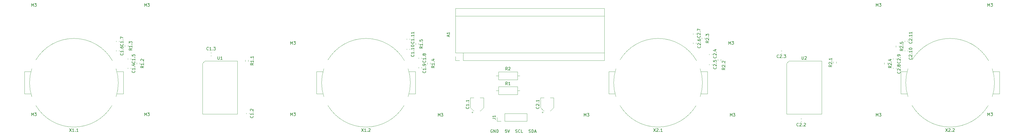
<source format=gto>
G04 #@! TF.GenerationSoftware,KiCad,Pcbnew,(5.1.10)-1*
G04 #@! TF.CreationDate,2021-05-27T13:20:15+02:00*
G04 #@! TF.ProjectId,pcb rev1,70636220-7265-4763-912e-6b696361645f,rev?*
G04 #@! TF.SameCoordinates,Original*
G04 #@! TF.FileFunction,Legend,Top*
G04 #@! TF.FilePolarity,Positive*
%FSLAX46Y46*%
G04 Gerber Fmt 4.6, Leading zero omitted, Abs format (unit mm)*
G04 Created by KiCad (PCBNEW (5.1.10)-1) date 2021-05-27 13:20:15*
%MOMM*%
%LPD*%
G01*
G04 APERTURE LIST*
%ADD10C,0.150000*%
%ADD11C,0.120000*%
%ADD12C,2.000000*%
%ADD13C,4.600000*%
%ADD14C,3.000000*%
%ADD15C,1.800000*%
%ADD16C,3.200000*%
%ADD17C,1.524000*%
%ADD18R,1.524000X1.524000*%
%ADD19O,0.899160X1.501140*%
%ADD20R,3.000000X0.700000*%
%ADD21O,1.700000X1.700000*%
%ADD22R,1.700000X1.700000*%
%ADD23C,1.600000*%
%ADD24O,1.600000X1.600000*%
G04 APERTURE END LIST*
D10*
X223095714Y-151655761D02*
X223238571Y-151703380D01*
X223476666Y-151703380D01*
X223571904Y-151655761D01*
X223619523Y-151608142D01*
X223667142Y-151512904D01*
X223667142Y-151417666D01*
X223619523Y-151322428D01*
X223571904Y-151274809D01*
X223476666Y-151227190D01*
X223286190Y-151179571D01*
X223190952Y-151131952D01*
X223143333Y-151084333D01*
X223095714Y-150989095D01*
X223095714Y-150893857D01*
X223143333Y-150798619D01*
X223190952Y-150751000D01*
X223286190Y-150703380D01*
X223524285Y-150703380D01*
X223667142Y-150751000D01*
X224095714Y-151703380D02*
X224095714Y-150703380D01*
X224333809Y-150703380D01*
X224476666Y-150751000D01*
X224571904Y-150846238D01*
X224619523Y-150941476D01*
X224667142Y-151131952D01*
X224667142Y-151274809D01*
X224619523Y-151465285D01*
X224571904Y-151560523D01*
X224476666Y-151655761D01*
X224333809Y-151703380D01*
X224095714Y-151703380D01*
X225048095Y-151417666D02*
X225524285Y-151417666D01*
X224952857Y-151703380D02*
X225286190Y-150703380D01*
X225619523Y-151703380D01*
X218519523Y-151655761D02*
X218662380Y-151703380D01*
X218900476Y-151703380D01*
X218995714Y-151655761D01*
X219043333Y-151608142D01*
X219090952Y-151512904D01*
X219090952Y-151417666D01*
X219043333Y-151322428D01*
X218995714Y-151274809D01*
X218900476Y-151227190D01*
X218710000Y-151179571D01*
X218614761Y-151131952D01*
X218567142Y-151084333D01*
X218519523Y-150989095D01*
X218519523Y-150893857D01*
X218567142Y-150798619D01*
X218614761Y-150751000D01*
X218710000Y-150703380D01*
X218948095Y-150703380D01*
X219090952Y-150751000D01*
X220090952Y-151608142D02*
X220043333Y-151655761D01*
X219900476Y-151703380D01*
X219805238Y-151703380D01*
X219662380Y-151655761D01*
X219567142Y-151560523D01*
X219519523Y-151465285D01*
X219471904Y-151274809D01*
X219471904Y-151131952D01*
X219519523Y-150941476D01*
X219567142Y-150846238D01*
X219662380Y-150751000D01*
X219805238Y-150703380D01*
X219900476Y-150703380D01*
X220043333Y-150751000D01*
X220090952Y-150798619D01*
X220995714Y-151703380D02*
X220519523Y-151703380D01*
X220519523Y-150703380D01*
X215519523Y-150703380D02*
X215043333Y-150703380D01*
X214995714Y-151179571D01*
X215043333Y-151131952D01*
X215138571Y-151084333D01*
X215376666Y-151084333D01*
X215471904Y-151131952D01*
X215519523Y-151179571D01*
X215567142Y-151274809D01*
X215567142Y-151512904D01*
X215519523Y-151608142D01*
X215471904Y-151655761D01*
X215376666Y-151703380D01*
X215138571Y-151703380D01*
X215043333Y-151655761D01*
X214995714Y-151608142D01*
X215852857Y-150703380D02*
X216186190Y-151703380D01*
X216519523Y-150703380D01*
X210548095Y-150751000D02*
X210452857Y-150703380D01*
X210310000Y-150703380D01*
X210167142Y-150751000D01*
X210071904Y-150846238D01*
X210024285Y-150941476D01*
X209976666Y-151131952D01*
X209976666Y-151274809D01*
X210024285Y-151465285D01*
X210071904Y-151560523D01*
X210167142Y-151655761D01*
X210310000Y-151703380D01*
X210405238Y-151703380D01*
X210548095Y-151655761D01*
X210595714Y-151608142D01*
X210595714Y-151274809D01*
X210405238Y-151274809D01*
X211024285Y-151703380D02*
X211024285Y-150703380D01*
X211595714Y-151703380D01*
X211595714Y-150703380D01*
X212071904Y-151703380D02*
X212071904Y-150703380D01*
X212310000Y-150703380D01*
X212452857Y-150751000D01*
X212548095Y-150846238D01*
X212595714Y-150941476D01*
X212643333Y-151131952D01*
X212643333Y-151274809D01*
X212595714Y-151465285D01*
X212548095Y-151560523D01*
X212452857Y-151655761D01*
X212310000Y-151703380D01*
X212071904Y-151703380D01*
D11*
X284201000Y-138430000D02*
X282042000Y-138430000D01*
X284210000Y-130809999D02*
X282042000Y-130810000D01*
X284210000Y-130809999D02*
X284210000Y-138429999D01*
X250419000Y-138430000D02*
X252578000Y-138430000D01*
X250419000Y-130810000D02*
X252578000Y-130810000D01*
X250410000Y-130810000D02*
X250410000Y-138430000D01*
X267310000Y-119420003D02*
G75*
G02*
X280507294Y-127078691I0J-15199997D01*
G01*
X282509995Y-134619999D02*
G75*
G02*
X281729982Y-139426660I-15199995J-1D01*
G01*
X267310000Y-149819997D02*
G75*
G02*
X254276110Y-142440333I0J15199997D01*
G01*
X252110001Y-134620001D02*
G75*
G02*
X252890015Y-129813339I15199999J1D01*
G01*
X280343892Y-142440335D02*
G75*
G02*
X267310000Y-149820000I-13033892J7820335D01*
G01*
X281732915Y-129822135D02*
G75*
G02*
X282510000Y-134620000I-14422915J-4797865D01*
G01*
X254276108Y-126799665D02*
G75*
G02*
X267310000Y-119420000I13033892J-7820335D01*
G01*
X252890014Y-139426662D02*
G75*
G02*
X252110000Y-134620000I14419986J4806662D01*
G01*
X84201000Y-138430000D02*
X82042000Y-138430000D01*
X84210000Y-130809999D02*
X82042000Y-130810000D01*
X84210000Y-130809999D02*
X84210000Y-138429999D01*
X50419000Y-138430000D02*
X52578000Y-138430000D01*
X50419000Y-130810000D02*
X52578000Y-130810000D01*
X50410000Y-130810000D02*
X50410000Y-138430000D01*
X67310000Y-119420003D02*
G75*
G02*
X80507294Y-127078691I0J-15199997D01*
G01*
X82509995Y-134619999D02*
G75*
G02*
X81729982Y-139426660I-15199995J-1D01*
G01*
X67310000Y-149819997D02*
G75*
G02*
X54276110Y-142440333I0J15199997D01*
G01*
X52110001Y-134620001D02*
G75*
G02*
X52890015Y-129813339I15199999J1D01*
G01*
X80343892Y-142440335D02*
G75*
G02*
X67310000Y-149820000I-13033892J7820335D01*
G01*
X81732915Y-129822135D02*
G75*
G02*
X82510000Y-134620000I-14422915J-4797865D01*
G01*
X54276108Y-126799665D02*
G75*
G02*
X67310000Y-119420000I13033892J-7820335D01*
G01*
X52890014Y-139426662D02*
G75*
G02*
X52110000Y-134620000I14419986J4806662D01*
G01*
X184201000Y-138430000D02*
X182042000Y-138430000D01*
X184210000Y-130809999D02*
X182042000Y-130810000D01*
X184210000Y-130809999D02*
X184210000Y-138429999D01*
X150419000Y-138430000D02*
X152578000Y-138430000D01*
X150419000Y-130810000D02*
X152578000Y-130810000D01*
X150410000Y-130810000D02*
X150410000Y-138430000D01*
X167310000Y-119420003D02*
G75*
G02*
X180507294Y-127078691I0J-15199997D01*
G01*
X182509995Y-134619999D02*
G75*
G02*
X181729982Y-139426660I-15199995J-1D01*
G01*
X167310000Y-149819997D02*
G75*
G02*
X154276110Y-142440333I0J15199997D01*
G01*
X152110001Y-134620001D02*
G75*
G02*
X152890015Y-129813339I15199999J1D01*
G01*
X180343892Y-142440335D02*
G75*
G02*
X167310000Y-149820000I-13033892J7820335D01*
G01*
X181732915Y-129822135D02*
G75*
G02*
X182510000Y-134620000I-14422915J-4797865D01*
G01*
X154276108Y-126799665D02*
G75*
G02*
X167310000Y-119420000I13033892J-7820335D01*
G01*
X152890014Y-139426662D02*
G75*
G02*
X152110000Y-134620000I14419986J4806662D01*
G01*
X384201000Y-138430000D02*
X382042000Y-138430000D01*
X384210000Y-130809999D02*
X382042000Y-130810000D01*
X384210000Y-130809999D02*
X384210000Y-138429999D01*
X350419000Y-138430000D02*
X352578000Y-138430000D01*
X350419000Y-130810000D02*
X352578000Y-130810000D01*
X350410000Y-130810000D02*
X350410000Y-138430000D01*
X367310000Y-119420003D02*
G75*
G02*
X380507294Y-127078691I0J-15199997D01*
G01*
X382509995Y-134619999D02*
G75*
G02*
X381729982Y-139426660I-15199995J-1D01*
G01*
X367310000Y-149819997D02*
G75*
G02*
X354276110Y-142440333I0J15199997D01*
G01*
X352110001Y-134620001D02*
G75*
G02*
X352890015Y-129813339I15199999J1D01*
G01*
X380343892Y-142440335D02*
G75*
G02*
X367310000Y-149820000I-13033892J7820335D01*
G01*
X381732915Y-129822135D02*
G75*
G02*
X382510000Y-134620000I-14422915J-4797865D01*
G01*
X354276108Y-126799665D02*
G75*
G02*
X367310000Y-119420000I13033892J-7820335D01*
G01*
X352890014Y-139426662D02*
G75*
G02*
X352110000Y-134620000I14419986J4806662D01*
G01*
X197980000Y-126981000D02*
X199310000Y-126981000D01*
X197980000Y-125651000D02*
X197980000Y-126981000D01*
X200580000Y-126981000D02*
X200580000Y-124321000D01*
X248900000Y-111741000D02*
X197980000Y-111741000D01*
X197980000Y-124321000D02*
X248900000Y-124321000D01*
X248900000Y-126981000D02*
X200580000Y-126981000D01*
X197980000Y-109081000D02*
X248900000Y-109081000D01*
X248900000Y-109081000D02*
X248900000Y-126981000D01*
X197980000Y-124321000D02*
X197980000Y-109081000D01*
X111310000Y-145376000D02*
X111310000Y-127966000D01*
X123310000Y-145376000D02*
X111310000Y-145376000D01*
X123310000Y-127166000D02*
X123310000Y-145376000D01*
X112110000Y-127166000D02*
X123310000Y-127166000D01*
X111310000Y-127966000D02*
X112110000Y-127166000D01*
X212170000Y-147830000D02*
X212170000Y-146500000D01*
X213500000Y-147830000D02*
X212170000Y-147830000D01*
X214770000Y-147830000D02*
X214770000Y-145170000D01*
X214770000Y-145170000D02*
X222450000Y-145170000D01*
X214770000Y-147830000D02*
X222450000Y-147830000D01*
X222450000Y-147830000D02*
X222450000Y-145170000D01*
X212648000Y-135931000D02*
X212648000Y-138671000D01*
X212648000Y-138671000D02*
X219188000Y-138671000D01*
X219188000Y-138671000D02*
X219188000Y-135931000D01*
X219188000Y-135931000D02*
X212648000Y-135931000D01*
X211878000Y-137301000D02*
X212648000Y-137301000D01*
X219958000Y-137301000D02*
X219188000Y-137301000D01*
X219958000Y-132221000D02*
X219188000Y-132221000D01*
X211878000Y-132221000D02*
X212648000Y-132221000D01*
X219188000Y-130851000D02*
X212648000Y-130851000D01*
X219188000Y-133591000D02*
X219188000Y-130851000D01*
X212648000Y-133591000D02*
X219188000Y-133591000D01*
X212648000Y-130851000D02*
X212648000Y-133591000D01*
X311310000Y-145376000D02*
X311310000Y-127966000D01*
X323310000Y-145376000D02*
X311310000Y-145376000D01*
X323310000Y-127166000D02*
X323310000Y-145376000D01*
X312110000Y-127166000D02*
X323310000Y-127166000D01*
X311310000Y-127966000D02*
X312110000Y-127166000D01*
X207570000Y-139740000D02*
X206370000Y-139740000D01*
X203050000Y-139740000D02*
X204250000Y-139740000D01*
X203050000Y-143195563D02*
X203050000Y-139740000D01*
X207570000Y-143195563D02*
X207570000Y-139740000D01*
X206505563Y-144260000D02*
X206370000Y-144260000D01*
X204114437Y-144260000D02*
X204250000Y-144260000D01*
X204114437Y-144260000D02*
X203050000Y-143195563D01*
X206505563Y-144260000D02*
X207570000Y-143195563D01*
X203750000Y-145000000D02*
X203750000Y-144500000D01*
X203500000Y-144750000D02*
X204000000Y-144750000D01*
X114425580Y-125361000D02*
X114144420Y-125361000D01*
X114425580Y-124341000D02*
X114144420Y-124341000D01*
X81800000Y-123510420D02*
X81800000Y-123791580D01*
X82820000Y-123510420D02*
X82820000Y-123791580D01*
X126300000Y-145010420D02*
X126300000Y-145291580D01*
X127320000Y-145010420D02*
X127320000Y-145291580D01*
X86820000Y-126285420D02*
X86820000Y-126566580D01*
X85800000Y-126285420D02*
X85800000Y-126566580D01*
X85800000Y-129510420D02*
X85800000Y-129791580D01*
X86820000Y-129510420D02*
X86820000Y-129791580D01*
X182320000Y-119510420D02*
X182320000Y-119791580D01*
X181300000Y-119510420D02*
X181300000Y-119791580D01*
X182320000Y-123291580D02*
X182320000Y-123010420D01*
X181300000Y-123291580D02*
X181300000Y-123010420D01*
X185300000Y-129566580D02*
X185300000Y-129285420D01*
X186320000Y-129566580D02*
X186320000Y-129285420D01*
X186320000Y-126291580D02*
X186320000Y-126010420D01*
X185300000Y-126291580D02*
X185300000Y-126010420D01*
X82820000Y-120285420D02*
X82820000Y-120566580D01*
X81800000Y-120285420D02*
X81800000Y-120566580D01*
X352820000Y-120235420D02*
X352820000Y-120516580D01*
X351800000Y-120235420D02*
X351800000Y-120516580D01*
X227500000Y-144750000D02*
X228000000Y-144750000D01*
X227750000Y-145000000D02*
X227750000Y-144500000D01*
X230505563Y-144260000D02*
X231570000Y-143195563D01*
X228114437Y-144260000D02*
X227050000Y-143195563D01*
X228114437Y-144260000D02*
X228250000Y-144260000D01*
X230505563Y-144260000D02*
X230370000Y-144260000D01*
X231570000Y-143195563D02*
X231570000Y-139740000D01*
X227050000Y-143195563D02*
X227050000Y-139740000D01*
X227050000Y-139740000D02*
X228250000Y-139740000D01*
X231570000Y-139740000D02*
X230370000Y-139740000D01*
X348820000Y-126285420D02*
X348820000Y-126566580D01*
X347800000Y-126285420D02*
X347800000Y-126566580D01*
X280320000Y-118016580D02*
X280320000Y-117735420D01*
X279300000Y-118016580D02*
X279300000Y-117735420D01*
X279300000Y-121191580D02*
X279300000Y-120910420D01*
X280320000Y-121191580D02*
X280320000Y-120910420D01*
X347800000Y-129510420D02*
X347800000Y-129791580D01*
X348820000Y-129510420D02*
X348820000Y-129791580D01*
X316450580Y-147961000D02*
X316169420Y-147961000D01*
X316450580Y-146941000D02*
X316169420Y-146941000D01*
X309675580Y-123641000D02*
X309394420Y-123641000D01*
X309675580Y-124661000D02*
X309394420Y-124661000D01*
X285820000Y-124785420D02*
X285820000Y-125066580D01*
X284800000Y-124785420D02*
X284800000Y-125066580D01*
X351800000Y-123510420D02*
X351800000Y-123791580D01*
X352820000Y-123510420D02*
X352820000Y-123791580D01*
X284800000Y-128235420D02*
X284800000Y-128516580D01*
X285820000Y-128235420D02*
X285820000Y-128516580D01*
X88787500Y-127778742D02*
X88787500Y-128253258D01*
X89832500Y-127778742D02*
X89832500Y-128253258D01*
X127032500Y-127288258D02*
X127032500Y-126813742D01*
X125987500Y-127288258D02*
X125987500Y-126813742D01*
X85832500Y-121738742D02*
X85832500Y-122213258D01*
X84787500Y-121738742D02*
X84787500Y-122213258D01*
X189332500Y-128213258D02*
X189332500Y-127738742D01*
X188287500Y-128213258D02*
X188287500Y-127738742D01*
X185332500Y-121088742D02*
X185332500Y-121563258D01*
X184287500Y-121088742D02*
X184287500Y-121563258D01*
X327287500Y-127888258D02*
X327287500Y-127413742D01*
X328332500Y-127888258D02*
X328332500Y-127413742D01*
X348787500Y-121913742D02*
X348787500Y-122388258D01*
X349832500Y-121913742D02*
X349832500Y-122388258D01*
X287787500Y-127063258D02*
X287787500Y-126588742D01*
X288832500Y-127063258D02*
X288832500Y-126588742D01*
X344787500Y-127778742D02*
X344787500Y-128253258D01*
X345832500Y-127778742D02*
X345832500Y-128253258D01*
X283332500Y-119163742D02*
X283332500Y-119638258D01*
X282287500Y-119163742D02*
X282287500Y-119638258D01*
D10*
X265786190Y-150328380D02*
X266452857Y-151328380D01*
X266452857Y-150328380D02*
X265786190Y-151328380D01*
X266786190Y-150423619D02*
X266833809Y-150376000D01*
X266929047Y-150328380D01*
X267167142Y-150328380D01*
X267262380Y-150376000D01*
X267310000Y-150423619D01*
X267357619Y-150518857D01*
X267357619Y-150614095D01*
X267310000Y-150756952D01*
X266738571Y-151328380D01*
X267357619Y-151328380D01*
X267786190Y-151233142D02*
X267833809Y-151280761D01*
X267786190Y-151328380D01*
X267738571Y-151280761D01*
X267786190Y-151233142D01*
X267786190Y-151328380D01*
X268786190Y-151328380D02*
X268214761Y-151328380D01*
X268500476Y-151328380D02*
X268500476Y-150328380D01*
X268405238Y-150471238D01*
X268310000Y-150566476D01*
X268214761Y-150614095D01*
X291500476Y-121452380D02*
X291500476Y-120452380D01*
X291833809Y-121166666D01*
X292167142Y-120452380D01*
X292167142Y-121452380D01*
X292548095Y-120452380D02*
X293167142Y-120452380D01*
X292833809Y-120833333D01*
X292976666Y-120833333D01*
X293071904Y-120880952D01*
X293119523Y-120928571D01*
X293167142Y-121023809D01*
X293167142Y-121261904D01*
X293119523Y-121357142D01*
X293071904Y-121404761D01*
X292976666Y-121452380D01*
X292690952Y-121452380D01*
X292595714Y-121404761D01*
X292548095Y-121357142D01*
X342000476Y-108413380D02*
X342000476Y-107413380D01*
X342333809Y-108127666D01*
X342667142Y-107413380D01*
X342667142Y-108413380D01*
X343048095Y-107413380D02*
X343667142Y-107413380D01*
X343333809Y-107794333D01*
X343476666Y-107794333D01*
X343571904Y-107841952D01*
X343619523Y-107889571D01*
X343667142Y-107984809D01*
X343667142Y-108222904D01*
X343619523Y-108318142D01*
X343571904Y-108365761D01*
X343476666Y-108413380D01*
X343190952Y-108413380D01*
X343095714Y-108365761D01*
X343048095Y-108318142D01*
X192000476Y-146103380D02*
X192000476Y-145103380D01*
X192333809Y-145817666D01*
X192667142Y-145103380D01*
X192667142Y-146103380D01*
X193048095Y-145103380D02*
X193667142Y-145103380D01*
X193333809Y-145484333D01*
X193476666Y-145484333D01*
X193571904Y-145531952D01*
X193619523Y-145579571D01*
X193667142Y-145674809D01*
X193667142Y-145912904D01*
X193619523Y-146008142D01*
X193571904Y-146055761D01*
X193476666Y-146103380D01*
X193190952Y-146103380D01*
X193095714Y-146055761D01*
X193048095Y-146008142D01*
X342000476Y-146103380D02*
X342000476Y-145103380D01*
X342333809Y-145817666D01*
X342667142Y-145103380D01*
X342667142Y-146103380D01*
X343048095Y-145103380D02*
X343667142Y-145103380D01*
X343333809Y-145484333D01*
X343476666Y-145484333D01*
X343571904Y-145531952D01*
X343619523Y-145579571D01*
X343667142Y-145674809D01*
X343667142Y-145912904D01*
X343619523Y-146008142D01*
X343571904Y-146055761D01*
X343476666Y-146103380D01*
X343190952Y-146103380D01*
X343095714Y-146055761D01*
X343048095Y-146008142D01*
X292000476Y-146103380D02*
X292000476Y-145103380D01*
X292333809Y-145817666D01*
X292667142Y-145103380D01*
X292667142Y-146103380D01*
X293048095Y-145103380D02*
X293667142Y-145103380D01*
X293333809Y-145484333D01*
X293476666Y-145484333D01*
X293571904Y-145531952D01*
X293619523Y-145579571D01*
X293667142Y-145674809D01*
X293667142Y-145912904D01*
X293619523Y-146008142D01*
X293571904Y-146055761D01*
X293476666Y-146103380D01*
X293190952Y-146103380D01*
X293095714Y-146055761D01*
X293048095Y-146008142D01*
X242000476Y-146103380D02*
X242000476Y-145103380D01*
X242333809Y-145817666D01*
X242667142Y-145103380D01*
X242667142Y-146103380D01*
X243048095Y-145103380D02*
X243667142Y-145103380D01*
X243333809Y-145484333D01*
X243476666Y-145484333D01*
X243571904Y-145531952D01*
X243619523Y-145579571D01*
X243667142Y-145674809D01*
X243667142Y-145912904D01*
X243619523Y-146008142D01*
X243571904Y-146055761D01*
X243476666Y-146103380D01*
X243190952Y-146103380D01*
X243095714Y-146055761D01*
X243048095Y-146008142D01*
X380190476Y-108413380D02*
X380190476Y-107413380D01*
X380523809Y-108127666D01*
X380857142Y-107413380D01*
X380857142Y-108413380D01*
X381238095Y-107413380D02*
X381857142Y-107413380D01*
X381523809Y-107794333D01*
X381666666Y-107794333D01*
X381761904Y-107841952D01*
X381809523Y-107889571D01*
X381857142Y-107984809D01*
X381857142Y-108222904D01*
X381809523Y-108318142D01*
X381761904Y-108365761D01*
X381666666Y-108413380D01*
X381380952Y-108413380D01*
X381285714Y-108365761D01*
X381238095Y-108318142D01*
X380190476Y-145923380D02*
X380190476Y-144923380D01*
X380523809Y-145637666D01*
X380857142Y-144923380D01*
X380857142Y-145923380D01*
X381238095Y-144923380D02*
X381857142Y-144923380D01*
X381523809Y-145304333D01*
X381666666Y-145304333D01*
X381761904Y-145351952D01*
X381809523Y-145399571D01*
X381857142Y-145494809D01*
X381857142Y-145732904D01*
X381809523Y-145828142D01*
X381761904Y-145875761D01*
X381666666Y-145923380D01*
X381380952Y-145923380D01*
X381285714Y-145875761D01*
X381238095Y-145828142D01*
X65786190Y-150328380D02*
X66452857Y-151328380D01*
X66452857Y-150328380D02*
X65786190Y-151328380D01*
X67357619Y-151328380D02*
X66786190Y-151328380D01*
X67071904Y-151328380D02*
X67071904Y-150328380D01*
X66976666Y-150471238D01*
X66881428Y-150566476D01*
X66786190Y-150614095D01*
X67786190Y-151233142D02*
X67833809Y-151280761D01*
X67786190Y-151328380D01*
X67738571Y-151280761D01*
X67786190Y-151233142D01*
X67786190Y-151328380D01*
X68786190Y-151328380D02*
X68214761Y-151328380D01*
X68500476Y-151328380D02*
X68500476Y-150328380D01*
X68405238Y-150471238D01*
X68310000Y-150566476D01*
X68214761Y-150614095D01*
X165786190Y-150328380D02*
X166452857Y-151328380D01*
X166452857Y-150328380D02*
X165786190Y-151328380D01*
X167357619Y-151328380D02*
X166786190Y-151328380D01*
X167071904Y-151328380D02*
X167071904Y-150328380D01*
X166976666Y-150471238D01*
X166881428Y-150566476D01*
X166786190Y-150614095D01*
X167786190Y-151233142D02*
X167833809Y-151280761D01*
X167786190Y-151328380D01*
X167738571Y-151280761D01*
X167786190Y-151233142D01*
X167786190Y-151328380D01*
X168214761Y-150423619D02*
X168262380Y-150376000D01*
X168357619Y-150328380D01*
X168595714Y-150328380D01*
X168690952Y-150376000D01*
X168738571Y-150423619D01*
X168786190Y-150518857D01*
X168786190Y-150614095D01*
X168738571Y-150756952D01*
X168167142Y-151328380D01*
X168786190Y-151328380D01*
X365786190Y-150328380D02*
X366452857Y-151328380D01*
X366452857Y-150328380D02*
X365786190Y-151328380D01*
X366786190Y-150423619D02*
X366833809Y-150376000D01*
X366929047Y-150328380D01*
X367167142Y-150328380D01*
X367262380Y-150376000D01*
X367310000Y-150423619D01*
X367357619Y-150518857D01*
X367357619Y-150614095D01*
X367310000Y-150756952D01*
X366738571Y-151328380D01*
X367357619Y-151328380D01*
X367786190Y-151233142D02*
X367833809Y-151280761D01*
X367786190Y-151328380D01*
X367738571Y-151280761D01*
X367786190Y-151233142D01*
X367786190Y-151328380D01*
X368214761Y-150423619D02*
X368262380Y-150376000D01*
X368357619Y-150328380D01*
X368595714Y-150328380D01*
X368690952Y-150376000D01*
X368738571Y-150423619D01*
X368786190Y-150518857D01*
X368786190Y-150614095D01*
X368738571Y-150756952D01*
X368167142Y-151328380D01*
X368786190Y-151328380D01*
X195666666Y-118745285D02*
X195666666Y-118269095D01*
X195952380Y-118840523D02*
X194952380Y-118507190D01*
X195952380Y-118173857D01*
X195952380Y-117316714D02*
X195952380Y-117888142D01*
X195952380Y-117602428D02*
X194952380Y-117602428D01*
X195095238Y-117697666D01*
X195190476Y-117792904D01*
X195238095Y-117888142D01*
X91500476Y-108413380D02*
X91500476Y-107413380D01*
X91833809Y-108127666D01*
X92167142Y-107413380D01*
X92167142Y-108413380D01*
X92548095Y-107413380D02*
X93167142Y-107413380D01*
X92833809Y-107794333D01*
X92976666Y-107794333D01*
X93071904Y-107841952D01*
X93119523Y-107889571D01*
X93167142Y-107984809D01*
X93167142Y-108222904D01*
X93119523Y-108318142D01*
X93071904Y-108365761D01*
X92976666Y-108413380D01*
X92690952Y-108413380D01*
X92595714Y-108365761D01*
X92548095Y-108318142D01*
X52810476Y-108413380D02*
X52810476Y-107413380D01*
X53143809Y-108127666D01*
X53477142Y-107413380D01*
X53477142Y-108413380D01*
X53858095Y-107413380D02*
X54477142Y-107413380D01*
X54143809Y-107794333D01*
X54286666Y-107794333D01*
X54381904Y-107841952D01*
X54429523Y-107889571D01*
X54477142Y-107984809D01*
X54477142Y-108222904D01*
X54429523Y-108318142D01*
X54381904Y-108365761D01*
X54286666Y-108413380D01*
X54000952Y-108413380D01*
X53905714Y-108365761D01*
X53858095Y-108318142D01*
X141500476Y-121452380D02*
X141500476Y-120452380D01*
X141833809Y-121166666D01*
X142167142Y-120452380D01*
X142167142Y-121452380D01*
X142548095Y-120452380D02*
X143167142Y-120452380D01*
X142833809Y-120833333D01*
X142976666Y-120833333D01*
X143071904Y-120880952D01*
X143119523Y-120928571D01*
X143167142Y-121023809D01*
X143167142Y-121261904D01*
X143119523Y-121357142D01*
X143071904Y-121404761D01*
X142976666Y-121452380D01*
X142690952Y-121452380D01*
X142595714Y-121404761D01*
X142548095Y-121357142D01*
X141500476Y-145923380D02*
X141500476Y-144923380D01*
X141833809Y-145637666D01*
X142167142Y-144923380D01*
X142167142Y-145923380D01*
X142548095Y-144923380D02*
X143167142Y-144923380D01*
X142833809Y-145304333D01*
X142976666Y-145304333D01*
X143071904Y-145351952D01*
X143119523Y-145399571D01*
X143167142Y-145494809D01*
X143167142Y-145732904D01*
X143119523Y-145828142D01*
X143071904Y-145875761D01*
X142976666Y-145923380D01*
X142690952Y-145923380D01*
X142595714Y-145875761D01*
X142548095Y-145828142D01*
X91500476Y-145923380D02*
X91500476Y-144923380D01*
X91833809Y-145637666D01*
X92167142Y-144923380D01*
X92167142Y-145923380D01*
X92548095Y-144923380D02*
X93167142Y-144923380D01*
X92833809Y-145304333D01*
X92976666Y-145304333D01*
X93071904Y-145351952D01*
X93119523Y-145399571D01*
X93167142Y-145494809D01*
X93167142Y-145732904D01*
X93119523Y-145828142D01*
X93071904Y-145875761D01*
X92976666Y-145923380D01*
X92690952Y-145923380D01*
X92595714Y-145875761D01*
X92548095Y-145828142D01*
X52810476Y-145923380D02*
X52810476Y-144923380D01*
X53143809Y-145637666D01*
X53477142Y-144923380D01*
X53477142Y-145923380D01*
X53858095Y-144923380D02*
X54477142Y-144923380D01*
X54143809Y-145304333D01*
X54286666Y-145304333D01*
X54381904Y-145351952D01*
X54429523Y-145399571D01*
X54477142Y-145494809D01*
X54477142Y-145732904D01*
X54429523Y-145828142D01*
X54381904Y-145875761D01*
X54286666Y-145923380D01*
X54000952Y-145923380D01*
X53905714Y-145875761D01*
X53858095Y-145828142D01*
X116548095Y-125618380D02*
X116548095Y-126427904D01*
X116595714Y-126523142D01*
X116643333Y-126570761D01*
X116738571Y-126618380D01*
X116929047Y-126618380D01*
X117024285Y-126570761D01*
X117071904Y-126523142D01*
X117119523Y-126427904D01*
X117119523Y-125618380D01*
X118119523Y-126618380D02*
X117548095Y-126618380D01*
X117833809Y-126618380D02*
X117833809Y-125618380D01*
X117738571Y-125761238D01*
X117643333Y-125856476D01*
X117548095Y-125904095D01*
X210622380Y-146833333D02*
X211336666Y-146833333D01*
X211479523Y-146880952D01*
X211574761Y-146976190D01*
X211622380Y-147119047D01*
X211622380Y-147214285D01*
X211622380Y-145833333D02*
X211622380Y-146404761D01*
X211622380Y-146119047D02*
X210622380Y-146119047D01*
X210765238Y-146214285D01*
X210860476Y-146309523D01*
X210908095Y-146404761D01*
X215751333Y-135383380D02*
X215418000Y-134907190D01*
X215179904Y-135383380D02*
X215179904Y-134383380D01*
X215560857Y-134383380D01*
X215656095Y-134431000D01*
X215703714Y-134478619D01*
X215751333Y-134573857D01*
X215751333Y-134716714D01*
X215703714Y-134811952D01*
X215656095Y-134859571D01*
X215560857Y-134907190D01*
X215179904Y-134907190D01*
X216703714Y-135383380D02*
X216132285Y-135383380D01*
X216418000Y-135383380D02*
X216418000Y-134383380D01*
X216322761Y-134526238D01*
X216227523Y-134621476D01*
X216132285Y-134669095D01*
X215751333Y-130303380D02*
X215418000Y-129827190D01*
X215179904Y-130303380D02*
X215179904Y-129303380D01*
X215560857Y-129303380D01*
X215656095Y-129351000D01*
X215703714Y-129398619D01*
X215751333Y-129493857D01*
X215751333Y-129636714D01*
X215703714Y-129731952D01*
X215656095Y-129779571D01*
X215560857Y-129827190D01*
X215179904Y-129827190D01*
X216132285Y-129398619D02*
X216179904Y-129351000D01*
X216275142Y-129303380D01*
X216513238Y-129303380D01*
X216608476Y-129351000D01*
X216656095Y-129398619D01*
X216703714Y-129493857D01*
X216703714Y-129589095D01*
X216656095Y-129731952D01*
X216084666Y-130303380D01*
X216703714Y-130303380D01*
X316548095Y-125618380D02*
X316548095Y-126427904D01*
X316595714Y-126523142D01*
X316643333Y-126570761D01*
X316738571Y-126618380D01*
X316929047Y-126618380D01*
X317024285Y-126570761D01*
X317071904Y-126523142D01*
X317119523Y-126427904D01*
X317119523Y-125618380D01*
X317548095Y-125713619D02*
X317595714Y-125666000D01*
X317690952Y-125618380D01*
X317929047Y-125618380D01*
X318024285Y-125666000D01*
X318071904Y-125713619D01*
X318119523Y-125808857D01*
X318119523Y-125904095D01*
X318071904Y-126046952D01*
X317500476Y-126618380D01*
X318119523Y-126618380D01*
X202467142Y-142880952D02*
X202514761Y-142928571D01*
X202562380Y-143071428D01*
X202562380Y-143166666D01*
X202514761Y-143309523D01*
X202419523Y-143404761D01*
X202324285Y-143452380D01*
X202133809Y-143500000D01*
X201990952Y-143500000D01*
X201800476Y-143452380D01*
X201705238Y-143404761D01*
X201610000Y-143309523D01*
X201562380Y-143166666D01*
X201562380Y-143071428D01*
X201610000Y-142928571D01*
X201657619Y-142880952D01*
X202562380Y-141928571D02*
X202562380Y-142500000D01*
X202562380Y-142214285D02*
X201562380Y-142214285D01*
X201705238Y-142309523D01*
X201800476Y-142404761D01*
X201848095Y-142500000D01*
X202467142Y-141500000D02*
X202514761Y-141452380D01*
X202562380Y-141500000D01*
X202514761Y-141547619D01*
X202467142Y-141500000D01*
X202562380Y-141500000D01*
X202562380Y-140500000D02*
X202562380Y-141071428D01*
X202562380Y-140785714D02*
X201562380Y-140785714D01*
X201705238Y-140880952D01*
X201800476Y-140976190D01*
X201848095Y-141071428D01*
X113404047Y-123303142D02*
X113356428Y-123350761D01*
X113213571Y-123398380D01*
X113118333Y-123398380D01*
X112975476Y-123350761D01*
X112880238Y-123255523D01*
X112832619Y-123160285D01*
X112785000Y-122969809D01*
X112785000Y-122826952D01*
X112832619Y-122636476D01*
X112880238Y-122541238D01*
X112975476Y-122446000D01*
X113118333Y-122398380D01*
X113213571Y-122398380D01*
X113356428Y-122446000D01*
X113404047Y-122493619D01*
X114356428Y-123398380D02*
X113785000Y-123398380D01*
X114070714Y-123398380D02*
X114070714Y-122398380D01*
X113975476Y-122541238D01*
X113880238Y-122636476D01*
X113785000Y-122684095D01*
X114785000Y-123303142D02*
X114832619Y-123350761D01*
X114785000Y-123398380D01*
X114737380Y-123350761D01*
X114785000Y-123303142D01*
X114785000Y-123398380D01*
X115165952Y-122398380D02*
X115785000Y-122398380D01*
X115451666Y-122779333D01*
X115594523Y-122779333D01*
X115689761Y-122826952D01*
X115737380Y-122874571D01*
X115785000Y-122969809D01*
X115785000Y-123207904D01*
X115737380Y-123303142D01*
X115689761Y-123350761D01*
X115594523Y-123398380D01*
X115308809Y-123398380D01*
X115213571Y-123350761D01*
X115165952Y-123303142D01*
X84097142Y-124531952D02*
X84144761Y-124579571D01*
X84192380Y-124722428D01*
X84192380Y-124817666D01*
X84144761Y-124960523D01*
X84049523Y-125055761D01*
X83954285Y-125103380D01*
X83763809Y-125151000D01*
X83620952Y-125151000D01*
X83430476Y-125103380D01*
X83335238Y-125055761D01*
X83240000Y-124960523D01*
X83192380Y-124817666D01*
X83192380Y-124722428D01*
X83240000Y-124579571D01*
X83287619Y-124531952D01*
X84192380Y-123579571D02*
X84192380Y-124151000D01*
X84192380Y-123865285D02*
X83192380Y-123865285D01*
X83335238Y-123960523D01*
X83430476Y-124055761D01*
X83478095Y-124151000D01*
X84097142Y-123151000D02*
X84144761Y-123103380D01*
X84192380Y-123151000D01*
X84144761Y-123198619D01*
X84097142Y-123151000D01*
X84192380Y-123151000D01*
X83192380Y-122246238D02*
X83192380Y-122436714D01*
X83240000Y-122531952D01*
X83287619Y-122579571D01*
X83430476Y-122674809D01*
X83620952Y-122722428D01*
X84001904Y-122722428D01*
X84097142Y-122674809D01*
X84144761Y-122627190D01*
X84192380Y-122531952D01*
X84192380Y-122341476D01*
X84144761Y-122246238D01*
X84097142Y-122198619D01*
X84001904Y-122151000D01*
X83763809Y-122151000D01*
X83668571Y-122198619D01*
X83620952Y-122246238D01*
X83573333Y-122341476D01*
X83573333Y-122531952D01*
X83620952Y-122627190D01*
X83668571Y-122674809D01*
X83763809Y-122722428D01*
X128597142Y-146031952D02*
X128644761Y-146079571D01*
X128692380Y-146222428D01*
X128692380Y-146317666D01*
X128644761Y-146460523D01*
X128549523Y-146555761D01*
X128454285Y-146603380D01*
X128263809Y-146651000D01*
X128120952Y-146651000D01*
X127930476Y-146603380D01*
X127835238Y-146555761D01*
X127740000Y-146460523D01*
X127692380Y-146317666D01*
X127692380Y-146222428D01*
X127740000Y-146079571D01*
X127787619Y-146031952D01*
X128692380Y-145079571D02*
X128692380Y-145651000D01*
X128692380Y-145365285D02*
X127692380Y-145365285D01*
X127835238Y-145460523D01*
X127930476Y-145555761D01*
X127978095Y-145651000D01*
X128597142Y-144651000D02*
X128644761Y-144603380D01*
X128692380Y-144651000D01*
X128644761Y-144698619D01*
X128597142Y-144651000D01*
X128692380Y-144651000D01*
X127787619Y-144222428D02*
X127740000Y-144174809D01*
X127692380Y-144079571D01*
X127692380Y-143841476D01*
X127740000Y-143746238D01*
X127787619Y-143698619D01*
X127882857Y-143651000D01*
X127978095Y-143651000D01*
X128120952Y-143698619D01*
X128692380Y-144270047D01*
X128692380Y-143651000D01*
X88097142Y-127306952D02*
X88144761Y-127354571D01*
X88192380Y-127497428D01*
X88192380Y-127592666D01*
X88144761Y-127735523D01*
X88049523Y-127830761D01*
X87954285Y-127878380D01*
X87763809Y-127926000D01*
X87620952Y-127926000D01*
X87430476Y-127878380D01*
X87335238Y-127830761D01*
X87240000Y-127735523D01*
X87192380Y-127592666D01*
X87192380Y-127497428D01*
X87240000Y-127354571D01*
X87287619Y-127306952D01*
X88192380Y-126354571D02*
X88192380Y-126926000D01*
X88192380Y-126640285D02*
X87192380Y-126640285D01*
X87335238Y-126735523D01*
X87430476Y-126830761D01*
X87478095Y-126926000D01*
X88097142Y-125926000D02*
X88144761Y-125878380D01*
X88192380Y-125926000D01*
X88144761Y-125973619D01*
X88097142Y-125926000D01*
X88192380Y-125926000D01*
X87192380Y-124973619D02*
X87192380Y-125449809D01*
X87668571Y-125497428D01*
X87620952Y-125449809D01*
X87573333Y-125354571D01*
X87573333Y-125116476D01*
X87620952Y-125021238D01*
X87668571Y-124973619D01*
X87763809Y-124926000D01*
X88001904Y-124926000D01*
X88097142Y-124973619D01*
X88144761Y-125021238D01*
X88192380Y-125116476D01*
X88192380Y-125354571D01*
X88144761Y-125449809D01*
X88097142Y-125497428D01*
X88097142Y-130531952D02*
X88144761Y-130579571D01*
X88192380Y-130722428D01*
X88192380Y-130817666D01*
X88144761Y-130960523D01*
X88049523Y-131055761D01*
X87954285Y-131103380D01*
X87763809Y-131151000D01*
X87620952Y-131151000D01*
X87430476Y-131103380D01*
X87335238Y-131055761D01*
X87240000Y-130960523D01*
X87192380Y-130817666D01*
X87192380Y-130722428D01*
X87240000Y-130579571D01*
X87287619Y-130531952D01*
X88192380Y-129579571D02*
X88192380Y-130151000D01*
X88192380Y-129865285D02*
X87192380Y-129865285D01*
X87335238Y-129960523D01*
X87430476Y-130055761D01*
X87478095Y-130151000D01*
X88097142Y-129151000D02*
X88144761Y-129103380D01*
X88192380Y-129151000D01*
X88144761Y-129198619D01*
X88097142Y-129151000D01*
X88192380Y-129151000D01*
X87525714Y-128246238D02*
X88192380Y-128246238D01*
X87144761Y-128484333D02*
X87859047Y-128722428D01*
X87859047Y-128103380D01*
X183667142Y-120508142D02*
X183714761Y-120555761D01*
X183762380Y-120698619D01*
X183762380Y-120793857D01*
X183714761Y-120936714D01*
X183619523Y-121031952D01*
X183524285Y-121079571D01*
X183333809Y-121127190D01*
X183190952Y-121127190D01*
X183000476Y-121079571D01*
X182905238Y-121031952D01*
X182810000Y-120936714D01*
X182762380Y-120793857D01*
X182762380Y-120698619D01*
X182810000Y-120555761D01*
X182857619Y-120508142D01*
X183762380Y-119555761D02*
X183762380Y-120127190D01*
X183762380Y-119841476D02*
X182762380Y-119841476D01*
X182905238Y-119936714D01*
X183000476Y-120031952D01*
X183048095Y-120127190D01*
X183667142Y-119127190D02*
X183714761Y-119079571D01*
X183762380Y-119127190D01*
X183714761Y-119174809D01*
X183667142Y-119127190D01*
X183762380Y-119127190D01*
X183762380Y-118127190D02*
X183762380Y-118698619D01*
X183762380Y-118412904D02*
X182762380Y-118412904D01*
X182905238Y-118508142D01*
X183000476Y-118603380D01*
X183048095Y-118698619D01*
X183762380Y-117174809D02*
X183762380Y-117746238D01*
X183762380Y-117460523D02*
X182762380Y-117460523D01*
X182905238Y-117555761D01*
X183000476Y-117651000D01*
X183048095Y-117746238D01*
X183667142Y-125008142D02*
X183714761Y-125055761D01*
X183762380Y-125198619D01*
X183762380Y-125293857D01*
X183714761Y-125436714D01*
X183619523Y-125531952D01*
X183524285Y-125579571D01*
X183333809Y-125627190D01*
X183190952Y-125627190D01*
X183000476Y-125579571D01*
X182905238Y-125531952D01*
X182810000Y-125436714D01*
X182762380Y-125293857D01*
X182762380Y-125198619D01*
X182810000Y-125055761D01*
X182857619Y-125008142D01*
X183762380Y-124055761D02*
X183762380Y-124627190D01*
X183762380Y-124341476D02*
X182762380Y-124341476D01*
X182905238Y-124436714D01*
X183000476Y-124531952D01*
X183048095Y-124627190D01*
X183667142Y-123627190D02*
X183714761Y-123579571D01*
X183762380Y-123627190D01*
X183714761Y-123674809D01*
X183667142Y-123627190D01*
X183762380Y-123627190D01*
X183762380Y-122627190D02*
X183762380Y-123198619D01*
X183762380Y-122912904D02*
X182762380Y-122912904D01*
X182905238Y-123008142D01*
X183000476Y-123103380D01*
X183048095Y-123198619D01*
X182762380Y-122008142D02*
X182762380Y-121912904D01*
X182810000Y-121817666D01*
X182857619Y-121770047D01*
X182952857Y-121722428D01*
X183143333Y-121674809D01*
X183381428Y-121674809D01*
X183571904Y-121722428D01*
X183667142Y-121770047D01*
X183714761Y-121817666D01*
X183762380Y-121912904D01*
X183762380Y-122008142D01*
X183714761Y-122103380D01*
X183667142Y-122151000D01*
X183571904Y-122198619D01*
X183381428Y-122246238D01*
X183143333Y-122246238D01*
X182952857Y-122198619D01*
X182857619Y-122151000D01*
X182810000Y-122103380D01*
X182762380Y-122008142D01*
X187667142Y-130581952D02*
X187714761Y-130629571D01*
X187762380Y-130772428D01*
X187762380Y-130867666D01*
X187714761Y-131010523D01*
X187619523Y-131105761D01*
X187524285Y-131153380D01*
X187333809Y-131201000D01*
X187190952Y-131201000D01*
X187000476Y-131153380D01*
X186905238Y-131105761D01*
X186810000Y-131010523D01*
X186762380Y-130867666D01*
X186762380Y-130772428D01*
X186810000Y-130629571D01*
X186857619Y-130581952D01*
X187762380Y-129629571D02*
X187762380Y-130201000D01*
X187762380Y-129915285D02*
X186762380Y-129915285D01*
X186905238Y-130010523D01*
X187000476Y-130105761D01*
X187048095Y-130201000D01*
X187667142Y-129201000D02*
X187714761Y-129153380D01*
X187762380Y-129201000D01*
X187714761Y-129248619D01*
X187667142Y-129201000D01*
X187762380Y-129201000D01*
X187762380Y-128677190D02*
X187762380Y-128486714D01*
X187714761Y-128391476D01*
X187667142Y-128343857D01*
X187524285Y-128248619D01*
X187333809Y-128201000D01*
X186952857Y-128201000D01*
X186857619Y-128248619D01*
X186810000Y-128296238D01*
X186762380Y-128391476D01*
X186762380Y-128581952D01*
X186810000Y-128677190D01*
X186857619Y-128724809D01*
X186952857Y-128772428D01*
X187190952Y-128772428D01*
X187286190Y-128724809D01*
X187333809Y-128677190D01*
X187381428Y-128581952D01*
X187381428Y-128391476D01*
X187333809Y-128296238D01*
X187286190Y-128248619D01*
X187190952Y-128201000D01*
X187667142Y-127031952D02*
X187714761Y-127079571D01*
X187762380Y-127222428D01*
X187762380Y-127317666D01*
X187714761Y-127460523D01*
X187619523Y-127555761D01*
X187524285Y-127603380D01*
X187333809Y-127651000D01*
X187190952Y-127651000D01*
X187000476Y-127603380D01*
X186905238Y-127555761D01*
X186810000Y-127460523D01*
X186762380Y-127317666D01*
X186762380Y-127222428D01*
X186810000Y-127079571D01*
X186857619Y-127031952D01*
X187762380Y-126079571D02*
X187762380Y-126651000D01*
X187762380Y-126365285D02*
X186762380Y-126365285D01*
X186905238Y-126460523D01*
X187000476Y-126555761D01*
X187048095Y-126651000D01*
X187667142Y-125651000D02*
X187714761Y-125603380D01*
X187762380Y-125651000D01*
X187714761Y-125698619D01*
X187667142Y-125651000D01*
X187762380Y-125651000D01*
X187190952Y-125031952D02*
X187143333Y-125127190D01*
X187095714Y-125174809D01*
X187000476Y-125222428D01*
X186952857Y-125222428D01*
X186857619Y-125174809D01*
X186810000Y-125127190D01*
X186762380Y-125031952D01*
X186762380Y-124841476D01*
X186810000Y-124746238D01*
X186857619Y-124698619D01*
X186952857Y-124651000D01*
X187000476Y-124651000D01*
X187095714Y-124698619D01*
X187143333Y-124746238D01*
X187190952Y-124841476D01*
X187190952Y-125031952D01*
X187238571Y-125127190D01*
X187286190Y-125174809D01*
X187381428Y-125222428D01*
X187571904Y-125222428D01*
X187667142Y-125174809D01*
X187714761Y-125127190D01*
X187762380Y-125031952D01*
X187762380Y-124841476D01*
X187714761Y-124746238D01*
X187667142Y-124698619D01*
X187571904Y-124651000D01*
X187381428Y-124651000D01*
X187286190Y-124698619D01*
X187238571Y-124746238D01*
X187190952Y-124841476D01*
X84097142Y-121306952D02*
X84144761Y-121354571D01*
X84192380Y-121497428D01*
X84192380Y-121592666D01*
X84144761Y-121735523D01*
X84049523Y-121830761D01*
X83954285Y-121878380D01*
X83763809Y-121926000D01*
X83620952Y-121926000D01*
X83430476Y-121878380D01*
X83335238Y-121830761D01*
X83240000Y-121735523D01*
X83192380Y-121592666D01*
X83192380Y-121497428D01*
X83240000Y-121354571D01*
X83287619Y-121306952D01*
X84192380Y-120354571D02*
X84192380Y-120926000D01*
X84192380Y-120640285D02*
X83192380Y-120640285D01*
X83335238Y-120735523D01*
X83430476Y-120830761D01*
X83478095Y-120926000D01*
X84097142Y-119926000D02*
X84144761Y-119878380D01*
X84192380Y-119926000D01*
X84144761Y-119973619D01*
X84097142Y-119926000D01*
X84192380Y-119926000D01*
X83192380Y-119545047D02*
X83192380Y-118878380D01*
X84192380Y-119306952D01*
X354167142Y-120508142D02*
X354214761Y-120555761D01*
X354262380Y-120698619D01*
X354262380Y-120793857D01*
X354214761Y-120936714D01*
X354119523Y-121031952D01*
X354024285Y-121079571D01*
X353833809Y-121127190D01*
X353690952Y-121127190D01*
X353500476Y-121079571D01*
X353405238Y-121031952D01*
X353310000Y-120936714D01*
X353262380Y-120793857D01*
X353262380Y-120698619D01*
X353310000Y-120555761D01*
X353357619Y-120508142D01*
X353357619Y-120127190D02*
X353310000Y-120079571D01*
X353262380Y-119984333D01*
X353262380Y-119746238D01*
X353310000Y-119651000D01*
X353357619Y-119603380D01*
X353452857Y-119555761D01*
X353548095Y-119555761D01*
X353690952Y-119603380D01*
X354262380Y-120174809D01*
X354262380Y-119555761D01*
X354167142Y-119127190D02*
X354214761Y-119079571D01*
X354262380Y-119127190D01*
X354214761Y-119174809D01*
X354167142Y-119127190D01*
X354262380Y-119127190D01*
X354262380Y-118127190D02*
X354262380Y-118698619D01*
X354262380Y-118412904D02*
X353262380Y-118412904D01*
X353405238Y-118508142D01*
X353500476Y-118603380D01*
X353548095Y-118698619D01*
X354262380Y-117174809D02*
X354262380Y-117746238D01*
X354262380Y-117460523D02*
X353262380Y-117460523D01*
X353405238Y-117555761D01*
X353500476Y-117651000D01*
X353548095Y-117746238D01*
X226467142Y-142880952D02*
X226514761Y-142928571D01*
X226562380Y-143071428D01*
X226562380Y-143166666D01*
X226514761Y-143309523D01*
X226419523Y-143404761D01*
X226324285Y-143452380D01*
X226133809Y-143500000D01*
X225990952Y-143500000D01*
X225800476Y-143452380D01*
X225705238Y-143404761D01*
X225610000Y-143309523D01*
X225562380Y-143166666D01*
X225562380Y-143071428D01*
X225610000Y-142928571D01*
X225657619Y-142880952D01*
X225657619Y-142500000D02*
X225610000Y-142452380D01*
X225562380Y-142357142D01*
X225562380Y-142119047D01*
X225610000Y-142023809D01*
X225657619Y-141976190D01*
X225752857Y-141928571D01*
X225848095Y-141928571D01*
X225990952Y-141976190D01*
X226562380Y-142547619D01*
X226562380Y-141928571D01*
X226467142Y-141500000D02*
X226514761Y-141452380D01*
X226562380Y-141500000D01*
X226514761Y-141547619D01*
X226467142Y-141500000D01*
X226562380Y-141500000D01*
X226562380Y-140500000D02*
X226562380Y-141071428D01*
X226562380Y-140785714D02*
X225562380Y-140785714D01*
X225705238Y-140880952D01*
X225800476Y-140976190D01*
X225848095Y-141071428D01*
X350167142Y-127306952D02*
X350214761Y-127354571D01*
X350262380Y-127497428D01*
X350262380Y-127592666D01*
X350214761Y-127735523D01*
X350119523Y-127830761D01*
X350024285Y-127878380D01*
X349833809Y-127926000D01*
X349690952Y-127926000D01*
X349500476Y-127878380D01*
X349405238Y-127830761D01*
X349310000Y-127735523D01*
X349262380Y-127592666D01*
X349262380Y-127497428D01*
X349310000Y-127354571D01*
X349357619Y-127306952D01*
X349357619Y-126926000D02*
X349310000Y-126878380D01*
X349262380Y-126783142D01*
X349262380Y-126545047D01*
X349310000Y-126449809D01*
X349357619Y-126402190D01*
X349452857Y-126354571D01*
X349548095Y-126354571D01*
X349690952Y-126402190D01*
X350262380Y-126973619D01*
X350262380Y-126354571D01*
X350167142Y-125926000D02*
X350214761Y-125878380D01*
X350262380Y-125926000D01*
X350214761Y-125973619D01*
X350167142Y-125926000D01*
X350262380Y-125926000D01*
X350262380Y-125402190D02*
X350262380Y-125211714D01*
X350214761Y-125116476D01*
X350167142Y-125068857D01*
X350024285Y-124973619D01*
X349833809Y-124926000D01*
X349452857Y-124926000D01*
X349357619Y-124973619D01*
X349310000Y-125021238D01*
X349262380Y-125116476D01*
X349262380Y-125306952D01*
X349310000Y-125402190D01*
X349357619Y-125449809D01*
X349452857Y-125497428D01*
X349690952Y-125497428D01*
X349786190Y-125449809D01*
X349833809Y-125402190D01*
X349881428Y-125306952D01*
X349881428Y-125116476D01*
X349833809Y-125021238D01*
X349786190Y-124973619D01*
X349690952Y-124926000D01*
X281667142Y-118531952D02*
X281714761Y-118579571D01*
X281762380Y-118722428D01*
X281762380Y-118817666D01*
X281714761Y-118960523D01*
X281619523Y-119055761D01*
X281524285Y-119103380D01*
X281333809Y-119151000D01*
X281190952Y-119151000D01*
X281000476Y-119103380D01*
X280905238Y-119055761D01*
X280810000Y-118960523D01*
X280762380Y-118817666D01*
X280762380Y-118722428D01*
X280810000Y-118579571D01*
X280857619Y-118531952D01*
X280857619Y-118151000D02*
X280810000Y-118103380D01*
X280762380Y-118008142D01*
X280762380Y-117770047D01*
X280810000Y-117674809D01*
X280857619Y-117627190D01*
X280952857Y-117579571D01*
X281048095Y-117579571D01*
X281190952Y-117627190D01*
X281762380Y-118198619D01*
X281762380Y-117579571D01*
X281667142Y-117151000D02*
X281714761Y-117103380D01*
X281762380Y-117151000D01*
X281714761Y-117198619D01*
X281667142Y-117151000D01*
X281762380Y-117151000D01*
X280762380Y-116770047D02*
X280762380Y-116103380D01*
X281762380Y-116531952D01*
X281767142Y-122031952D02*
X281814761Y-122079571D01*
X281862380Y-122222428D01*
X281862380Y-122317666D01*
X281814761Y-122460523D01*
X281719523Y-122555761D01*
X281624285Y-122603380D01*
X281433809Y-122651000D01*
X281290952Y-122651000D01*
X281100476Y-122603380D01*
X281005238Y-122555761D01*
X280910000Y-122460523D01*
X280862380Y-122317666D01*
X280862380Y-122222428D01*
X280910000Y-122079571D01*
X280957619Y-122031952D01*
X280957619Y-121651000D02*
X280910000Y-121603380D01*
X280862380Y-121508142D01*
X280862380Y-121270047D01*
X280910000Y-121174809D01*
X280957619Y-121127190D01*
X281052857Y-121079571D01*
X281148095Y-121079571D01*
X281290952Y-121127190D01*
X281862380Y-121698619D01*
X281862380Y-121079571D01*
X281767142Y-120651000D02*
X281814761Y-120603380D01*
X281862380Y-120651000D01*
X281814761Y-120698619D01*
X281767142Y-120651000D01*
X281862380Y-120651000D01*
X280862380Y-119746238D02*
X280862380Y-119936714D01*
X280910000Y-120031952D01*
X280957619Y-120079571D01*
X281100476Y-120174809D01*
X281290952Y-120222428D01*
X281671904Y-120222428D01*
X281767142Y-120174809D01*
X281814761Y-120127190D01*
X281862380Y-120031952D01*
X281862380Y-119841476D01*
X281814761Y-119746238D01*
X281767142Y-119698619D01*
X281671904Y-119651000D01*
X281433809Y-119651000D01*
X281338571Y-119698619D01*
X281290952Y-119746238D01*
X281243333Y-119841476D01*
X281243333Y-120031952D01*
X281290952Y-120127190D01*
X281338571Y-120174809D01*
X281433809Y-120222428D01*
X350167142Y-130781952D02*
X350214761Y-130829571D01*
X350262380Y-130972428D01*
X350262380Y-131067666D01*
X350214761Y-131210523D01*
X350119523Y-131305761D01*
X350024285Y-131353380D01*
X349833809Y-131401000D01*
X349690952Y-131401000D01*
X349500476Y-131353380D01*
X349405238Y-131305761D01*
X349310000Y-131210523D01*
X349262380Y-131067666D01*
X349262380Y-130972428D01*
X349310000Y-130829571D01*
X349357619Y-130781952D01*
X349357619Y-130401000D02*
X349310000Y-130353380D01*
X349262380Y-130258142D01*
X349262380Y-130020047D01*
X349310000Y-129924809D01*
X349357619Y-129877190D01*
X349452857Y-129829571D01*
X349548095Y-129829571D01*
X349690952Y-129877190D01*
X350262380Y-130448619D01*
X350262380Y-129829571D01*
X350167142Y-129401000D02*
X350214761Y-129353380D01*
X350262380Y-129401000D01*
X350214761Y-129448619D01*
X350167142Y-129401000D01*
X350262380Y-129401000D01*
X349690952Y-128781952D02*
X349643333Y-128877190D01*
X349595714Y-128924809D01*
X349500476Y-128972428D01*
X349452857Y-128972428D01*
X349357619Y-128924809D01*
X349310000Y-128877190D01*
X349262380Y-128781952D01*
X349262380Y-128591476D01*
X349310000Y-128496238D01*
X349357619Y-128448619D01*
X349452857Y-128401000D01*
X349500476Y-128401000D01*
X349595714Y-128448619D01*
X349643333Y-128496238D01*
X349690952Y-128591476D01*
X349690952Y-128781952D01*
X349738571Y-128877190D01*
X349786190Y-128924809D01*
X349881428Y-128972428D01*
X350071904Y-128972428D01*
X350167142Y-128924809D01*
X350214761Y-128877190D01*
X350262380Y-128781952D01*
X350262380Y-128591476D01*
X350214761Y-128496238D01*
X350167142Y-128448619D01*
X350071904Y-128401000D01*
X349881428Y-128401000D01*
X349786190Y-128448619D01*
X349738571Y-128496238D01*
X349690952Y-128591476D01*
X315429047Y-149408142D02*
X315381428Y-149455761D01*
X315238571Y-149503380D01*
X315143333Y-149503380D01*
X315000476Y-149455761D01*
X314905238Y-149360523D01*
X314857619Y-149265285D01*
X314810000Y-149074809D01*
X314810000Y-148931952D01*
X314857619Y-148741476D01*
X314905238Y-148646238D01*
X315000476Y-148551000D01*
X315143333Y-148503380D01*
X315238571Y-148503380D01*
X315381428Y-148551000D01*
X315429047Y-148598619D01*
X315810000Y-148598619D02*
X315857619Y-148551000D01*
X315952857Y-148503380D01*
X316190952Y-148503380D01*
X316286190Y-148551000D01*
X316333809Y-148598619D01*
X316381428Y-148693857D01*
X316381428Y-148789095D01*
X316333809Y-148931952D01*
X315762380Y-149503380D01*
X316381428Y-149503380D01*
X316810000Y-149408142D02*
X316857619Y-149455761D01*
X316810000Y-149503380D01*
X316762380Y-149455761D01*
X316810000Y-149408142D01*
X316810000Y-149503380D01*
X317238571Y-148598619D02*
X317286190Y-148551000D01*
X317381428Y-148503380D01*
X317619523Y-148503380D01*
X317714761Y-148551000D01*
X317762380Y-148598619D01*
X317810000Y-148693857D01*
X317810000Y-148789095D01*
X317762380Y-148931952D01*
X317190952Y-149503380D01*
X317810000Y-149503380D01*
X308654047Y-125938142D02*
X308606428Y-125985761D01*
X308463571Y-126033380D01*
X308368333Y-126033380D01*
X308225476Y-125985761D01*
X308130238Y-125890523D01*
X308082619Y-125795285D01*
X308035000Y-125604809D01*
X308035000Y-125461952D01*
X308082619Y-125271476D01*
X308130238Y-125176238D01*
X308225476Y-125081000D01*
X308368333Y-125033380D01*
X308463571Y-125033380D01*
X308606428Y-125081000D01*
X308654047Y-125128619D01*
X309035000Y-125128619D02*
X309082619Y-125081000D01*
X309177857Y-125033380D01*
X309415952Y-125033380D01*
X309511190Y-125081000D01*
X309558809Y-125128619D01*
X309606428Y-125223857D01*
X309606428Y-125319095D01*
X309558809Y-125461952D01*
X308987380Y-126033380D01*
X309606428Y-126033380D01*
X310035000Y-125938142D02*
X310082619Y-125985761D01*
X310035000Y-126033380D01*
X309987380Y-125985761D01*
X310035000Y-125938142D01*
X310035000Y-126033380D01*
X310415952Y-125033380D02*
X311035000Y-125033380D01*
X310701666Y-125414333D01*
X310844523Y-125414333D01*
X310939761Y-125461952D01*
X310987380Y-125509571D01*
X311035000Y-125604809D01*
X311035000Y-125842904D01*
X310987380Y-125938142D01*
X310939761Y-125985761D01*
X310844523Y-126033380D01*
X310558809Y-126033380D01*
X310463571Y-125985761D01*
X310415952Y-125938142D01*
X287167142Y-125531952D02*
X287214761Y-125579571D01*
X287262380Y-125722428D01*
X287262380Y-125817666D01*
X287214761Y-125960523D01*
X287119523Y-126055761D01*
X287024285Y-126103380D01*
X286833809Y-126151000D01*
X286690952Y-126151000D01*
X286500476Y-126103380D01*
X286405238Y-126055761D01*
X286310000Y-125960523D01*
X286262380Y-125817666D01*
X286262380Y-125722428D01*
X286310000Y-125579571D01*
X286357619Y-125531952D01*
X286357619Y-125151000D02*
X286310000Y-125103380D01*
X286262380Y-125008142D01*
X286262380Y-124770047D01*
X286310000Y-124674809D01*
X286357619Y-124627190D01*
X286452857Y-124579571D01*
X286548095Y-124579571D01*
X286690952Y-124627190D01*
X287262380Y-125198619D01*
X287262380Y-124579571D01*
X287167142Y-124151000D02*
X287214761Y-124103380D01*
X287262380Y-124151000D01*
X287214761Y-124198619D01*
X287167142Y-124151000D01*
X287262380Y-124151000D01*
X286595714Y-123246238D02*
X287262380Y-123246238D01*
X286214761Y-123484333D02*
X286929047Y-123722428D01*
X286929047Y-123103380D01*
X354167142Y-126008142D02*
X354214761Y-126055761D01*
X354262380Y-126198619D01*
X354262380Y-126293857D01*
X354214761Y-126436714D01*
X354119523Y-126531952D01*
X354024285Y-126579571D01*
X353833809Y-126627190D01*
X353690952Y-126627190D01*
X353500476Y-126579571D01*
X353405238Y-126531952D01*
X353310000Y-126436714D01*
X353262380Y-126293857D01*
X353262380Y-126198619D01*
X353310000Y-126055761D01*
X353357619Y-126008142D01*
X353357619Y-125627190D02*
X353310000Y-125579571D01*
X353262380Y-125484333D01*
X353262380Y-125246238D01*
X353310000Y-125151000D01*
X353357619Y-125103380D01*
X353452857Y-125055761D01*
X353548095Y-125055761D01*
X353690952Y-125103380D01*
X354262380Y-125674809D01*
X354262380Y-125055761D01*
X354167142Y-124627190D02*
X354214761Y-124579571D01*
X354262380Y-124627190D01*
X354214761Y-124674809D01*
X354167142Y-124627190D01*
X354262380Y-124627190D01*
X354262380Y-123627190D02*
X354262380Y-124198619D01*
X354262380Y-123912904D02*
X353262380Y-123912904D01*
X353405238Y-124008142D01*
X353500476Y-124103380D01*
X353548095Y-124198619D01*
X353262380Y-123008142D02*
X353262380Y-122912904D01*
X353310000Y-122817666D01*
X353357619Y-122770047D01*
X353452857Y-122722428D01*
X353643333Y-122674809D01*
X353881428Y-122674809D01*
X354071904Y-122722428D01*
X354167142Y-122770047D01*
X354214761Y-122817666D01*
X354262380Y-122912904D01*
X354262380Y-123008142D01*
X354214761Y-123103380D01*
X354167142Y-123151000D01*
X354071904Y-123198619D01*
X353881428Y-123246238D01*
X353643333Y-123246238D01*
X353452857Y-123198619D01*
X353357619Y-123151000D01*
X353310000Y-123103380D01*
X353262380Y-123008142D01*
X287167142Y-129256952D02*
X287214761Y-129304571D01*
X287262380Y-129447428D01*
X287262380Y-129542666D01*
X287214761Y-129685523D01*
X287119523Y-129780761D01*
X287024285Y-129828380D01*
X286833809Y-129876000D01*
X286690952Y-129876000D01*
X286500476Y-129828380D01*
X286405238Y-129780761D01*
X286310000Y-129685523D01*
X286262380Y-129542666D01*
X286262380Y-129447428D01*
X286310000Y-129304571D01*
X286357619Y-129256952D01*
X286357619Y-128876000D02*
X286310000Y-128828380D01*
X286262380Y-128733142D01*
X286262380Y-128495047D01*
X286310000Y-128399809D01*
X286357619Y-128352190D01*
X286452857Y-128304571D01*
X286548095Y-128304571D01*
X286690952Y-128352190D01*
X287262380Y-128923619D01*
X287262380Y-128304571D01*
X287167142Y-127876000D02*
X287214761Y-127828380D01*
X287262380Y-127876000D01*
X287214761Y-127923619D01*
X287167142Y-127876000D01*
X287262380Y-127876000D01*
X286262380Y-126923619D02*
X286262380Y-127399809D01*
X286738571Y-127447428D01*
X286690952Y-127399809D01*
X286643333Y-127304571D01*
X286643333Y-127066476D01*
X286690952Y-126971238D01*
X286738571Y-126923619D01*
X286833809Y-126876000D01*
X287071904Y-126876000D01*
X287167142Y-126923619D01*
X287214761Y-126971238D01*
X287262380Y-127066476D01*
X287262380Y-127304571D01*
X287214761Y-127399809D01*
X287167142Y-127447428D01*
X91192380Y-128896952D02*
X90716190Y-129230285D01*
X91192380Y-129468380D02*
X90192380Y-129468380D01*
X90192380Y-129087428D01*
X90240000Y-128992190D01*
X90287619Y-128944571D01*
X90382857Y-128896952D01*
X90525714Y-128896952D01*
X90620952Y-128944571D01*
X90668571Y-128992190D01*
X90716190Y-129087428D01*
X90716190Y-129468380D01*
X91192380Y-127944571D02*
X91192380Y-128516000D01*
X91192380Y-128230285D02*
X90192380Y-128230285D01*
X90335238Y-128325523D01*
X90430476Y-128420761D01*
X90478095Y-128516000D01*
X91097142Y-127516000D02*
X91144761Y-127468380D01*
X91192380Y-127516000D01*
X91144761Y-127563619D01*
X91097142Y-127516000D01*
X91192380Y-127516000D01*
X90287619Y-127087428D02*
X90240000Y-127039809D01*
X90192380Y-126944571D01*
X90192380Y-126706476D01*
X90240000Y-126611238D01*
X90287619Y-126563619D01*
X90382857Y-126516000D01*
X90478095Y-126516000D01*
X90620952Y-126563619D01*
X91192380Y-127135047D01*
X91192380Y-126516000D01*
X128762380Y-127931952D02*
X128286190Y-128265285D01*
X128762380Y-128503380D02*
X127762380Y-128503380D01*
X127762380Y-128122428D01*
X127810000Y-128027190D01*
X127857619Y-127979571D01*
X127952857Y-127931952D01*
X128095714Y-127931952D01*
X128190952Y-127979571D01*
X128238571Y-128027190D01*
X128286190Y-128122428D01*
X128286190Y-128503380D01*
X128762380Y-126979571D02*
X128762380Y-127551000D01*
X128762380Y-127265285D02*
X127762380Y-127265285D01*
X127905238Y-127360523D01*
X128000476Y-127455761D01*
X128048095Y-127551000D01*
X128667142Y-126551000D02*
X128714761Y-126503380D01*
X128762380Y-126551000D01*
X128714761Y-126598619D01*
X128667142Y-126551000D01*
X128762380Y-126551000D01*
X128762380Y-125551000D02*
X128762380Y-126122428D01*
X128762380Y-125836714D02*
X127762380Y-125836714D01*
X127905238Y-125931952D01*
X128000476Y-126027190D01*
X128048095Y-126122428D01*
X87192380Y-122856952D02*
X86716190Y-123190285D01*
X87192380Y-123428380D02*
X86192380Y-123428380D01*
X86192380Y-123047428D01*
X86240000Y-122952190D01*
X86287619Y-122904571D01*
X86382857Y-122856952D01*
X86525714Y-122856952D01*
X86620952Y-122904571D01*
X86668571Y-122952190D01*
X86716190Y-123047428D01*
X86716190Y-123428380D01*
X87192380Y-121904571D02*
X87192380Y-122476000D01*
X87192380Y-122190285D02*
X86192380Y-122190285D01*
X86335238Y-122285523D01*
X86430476Y-122380761D01*
X86478095Y-122476000D01*
X87097142Y-121476000D02*
X87144761Y-121428380D01*
X87192380Y-121476000D01*
X87144761Y-121523619D01*
X87097142Y-121476000D01*
X87192380Y-121476000D01*
X86192380Y-121095047D02*
X86192380Y-120476000D01*
X86573333Y-120809333D01*
X86573333Y-120666476D01*
X86620952Y-120571238D01*
X86668571Y-120523619D01*
X86763809Y-120476000D01*
X87001904Y-120476000D01*
X87097142Y-120523619D01*
X87144761Y-120571238D01*
X87192380Y-120666476D01*
X87192380Y-120952190D01*
X87144761Y-121047428D01*
X87097142Y-121095047D01*
X190762380Y-128856952D02*
X190286190Y-129190285D01*
X190762380Y-129428380D02*
X189762380Y-129428380D01*
X189762380Y-129047428D01*
X189810000Y-128952190D01*
X189857619Y-128904571D01*
X189952857Y-128856952D01*
X190095714Y-128856952D01*
X190190952Y-128904571D01*
X190238571Y-128952190D01*
X190286190Y-129047428D01*
X190286190Y-129428380D01*
X190762380Y-127904571D02*
X190762380Y-128476000D01*
X190762380Y-128190285D02*
X189762380Y-128190285D01*
X189905238Y-128285523D01*
X190000476Y-128380761D01*
X190048095Y-128476000D01*
X190667142Y-127476000D02*
X190714761Y-127428380D01*
X190762380Y-127476000D01*
X190714761Y-127523619D01*
X190667142Y-127476000D01*
X190762380Y-127476000D01*
X190095714Y-126571238D02*
X190762380Y-126571238D01*
X189714761Y-126809333D02*
X190429047Y-127047428D01*
X190429047Y-126428380D01*
X186692380Y-122206952D02*
X186216190Y-122540285D01*
X186692380Y-122778380D02*
X185692380Y-122778380D01*
X185692380Y-122397428D01*
X185740000Y-122302190D01*
X185787619Y-122254571D01*
X185882857Y-122206952D01*
X186025714Y-122206952D01*
X186120952Y-122254571D01*
X186168571Y-122302190D01*
X186216190Y-122397428D01*
X186216190Y-122778380D01*
X186692380Y-121254571D02*
X186692380Y-121826000D01*
X186692380Y-121540285D02*
X185692380Y-121540285D01*
X185835238Y-121635523D01*
X185930476Y-121730761D01*
X185978095Y-121826000D01*
X186597142Y-120826000D02*
X186644761Y-120778380D01*
X186692380Y-120826000D01*
X186644761Y-120873619D01*
X186597142Y-120826000D01*
X186692380Y-120826000D01*
X185692380Y-119873619D02*
X185692380Y-120349809D01*
X186168571Y-120397428D01*
X186120952Y-120349809D01*
X186073333Y-120254571D01*
X186073333Y-120016476D01*
X186120952Y-119921238D01*
X186168571Y-119873619D01*
X186263809Y-119826000D01*
X186501904Y-119826000D01*
X186597142Y-119873619D01*
X186644761Y-119921238D01*
X186692380Y-120016476D01*
X186692380Y-120254571D01*
X186644761Y-120349809D01*
X186597142Y-120397428D01*
X326832380Y-128531952D02*
X326356190Y-128865285D01*
X326832380Y-129103380D02*
X325832380Y-129103380D01*
X325832380Y-128722428D01*
X325880000Y-128627190D01*
X325927619Y-128579571D01*
X326022857Y-128531952D01*
X326165714Y-128531952D01*
X326260952Y-128579571D01*
X326308571Y-128627190D01*
X326356190Y-128722428D01*
X326356190Y-129103380D01*
X325927619Y-128151000D02*
X325880000Y-128103380D01*
X325832380Y-128008142D01*
X325832380Y-127770047D01*
X325880000Y-127674809D01*
X325927619Y-127627190D01*
X326022857Y-127579571D01*
X326118095Y-127579571D01*
X326260952Y-127627190D01*
X326832380Y-128198619D01*
X326832380Y-127579571D01*
X326737142Y-127151000D02*
X326784761Y-127103380D01*
X326832380Y-127151000D01*
X326784761Y-127198619D01*
X326737142Y-127151000D01*
X326832380Y-127151000D01*
X326832380Y-126151000D02*
X326832380Y-126722428D01*
X326832380Y-126436714D02*
X325832380Y-126436714D01*
X325975238Y-126531952D01*
X326070476Y-126627190D01*
X326118095Y-126722428D01*
X351192380Y-123031952D02*
X350716190Y-123365285D01*
X351192380Y-123603380D02*
X350192380Y-123603380D01*
X350192380Y-123222428D01*
X350240000Y-123127190D01*
X350287619Y-123079571D01*
X350382857Y-123031952D01*
X350525714Y-123031952D01*
X350620952Y-123079571D01*
X350668571Y-123127190D01*
X350716190Y-123222428D01*
X350716190Y-123603380D01*
X350287619Y-122651000D02*
X350240000Y-122603380D01*
X350192380Y-122508142D01*
X350192380Y-122270047D01*
X350240000Y-122174809D01*
X350287619Y-122127190D01*
X350382857Y-122079571D01*
X350478095Y-122079571D01*
X350620952Y-122127190D01*
X351192380Y-122698619D01*
X351192380Y-122079571D01*
X351097142Y-121651000D02*
X351144761Y-121603380D01*
X351192380Y-121651000D01*
X351144761Y-121698619D01*
X351097142Y-121651000D01*
X351192380Y-121651000D01*
X350192380Y-120698619D02*
X350192380Y-121174809D01*
X350668571Y-121222428D01*
X350620952Y-121174809D01*
X350573333Y-121079571D01*
X350573333Y-120841476D01*
X350620952Y-120746238D01*
X350668571Y-120698619D01*
X350763809Y-120651000D01*
X351001904Y-120651000D01*
X351097142Y-120698619D01*
X351144761Y-120746238D01*
X351192380Y-120841476D01*
X351192380Y-121079571D01*
X351144761Y-121174809D01*
X351097142Y-121222428D01*
X290262380Y-129531952D02*
X289786190Y-129865285D01*
X290262380Y-130103380D02*
X289262380Y-130103380D01*
X289262380Y-129722428D01*
X289310000Y-129627190D01*
X289357619Y-129579571D01*
X289452857Y-129531952D01*
X289595714Y-129531952D01*
X289690952Y-129579571D01*
X289738571Y-129627190D01*
X289786190Y-129722428D01*
X289786190Y-130103380D01*
X289357619Y-129151000D02*
X289310000Y-129103380D01*
X289262380Y-129008142D01*
X289262380Y-128770047D01*
X289310000Y-128674809D01*
X289357619Y-128627190D01*
X289452857Y-128579571D01*
X289548095Y-128579571D01*
X289690952Y-128627190D01*
X290262380Y-129198619D01*
X290262380Y-128579571D01*
X290167142Y-128151000D02*
X290214761Y-128103380D01*
X290262380Y-128151000D01*
X290214761Y-128198619D01*
X290167142Y-128151000D01*
X290262380Y-128151000D01*
X289357619Y-127722428D02*
X289310000Y-127674809D01*
X289262380Y-127579571D01*
X289262380Y-127341476D01*
X289310000Y-127246238D01*
X289357619Y-127198619D01*
X289452857Y-127151000D01*
X289548095Y-127151000D01*
X289690952Y-127198619D01*
X290262380Y-127770047D01*
X290262380Y-127151000D01*
X347192380Y-128896952D02*
X346716190Y-129230285D01*
X347192380Y-129468380D02*
X346192380Y-129468380D01*
X346192380Y-129087428D01*
X346240000Y-128992190D01*
X346287619Y-128944571D01*
X346382857Y-128896952D01*
X346525714Y-128896952D01*
X346620952Y-128944571D01*
X346668571Y-128992190D01*
X346716190Y-129087428D01*
X346716190Y-129468380D01*
X346287619Y-128516000D02*
X346240000Y-128468380D01*
X346192380Y-128373142D01*
X346192380Y-128135047D01*
X346240000Y-128039809D01*
X346287619Y-127992190D01*
X346382857Y-127944571D01*
X346478095Y-127944571D01*
X346620952Y-127992190D01*
X347192380Y-128563619D01*
X347192380Y-127944571D01*
X347097142Y-127516000D02*
X347144761Y-127468380D01*
X347192380Y-127516000D01*
X347144761Y-127563619D01*
X347097142Y-127516000D01*
X347192380Y-127516000D01*
X346525714Y-126611238D02*
X347192380Y-126611238D01*
X346144761Y-126849333D02*
X346859047Y-127087428D01*
X346859047Y-126468380D01*
X284692380Y-120281952D02*
X284216190Y-120615285D01*
X284692380Y-120853380D02*
X283692380Y-120853380D01*
X283692380Y-120472428D01*
X283740000Y-120377190D01*
X283787619Y-120329571D01*
X283882857Y-120281952D01*
X284025714Y-120281952D01*
X284120952Y-120329571D01*
X284168571Y-120377190D01*
X284216190Y-120472428D01*
X284216190Y-120853380D01*
X283787619Y-119901000D02*
X283740000Y-119853380D01*
X283692380Y-119758142D01*
X283692380Y-119520047D01*
X283740000Y-119424809D01*
X283787619Y-119377190D01*
X283882857Y-119329571D01*
X283978095Y-119329571D01*
X284120952Y-119377190D01*
X284692380Y-119948619D01*
X284692380Y-119329571D01*
X284597142Y-118901000D02*
X284644761Y-118853380D01*
X284692380Y-118901000D01*
X284644761Y-118948619D01*
X284597142Y-118901000D01*
X284692380Y-118901000D01*
X283692380Y-118520047D02*
X283692380Y-117901000D01*
X284073333Y-118234333D01*
X284073333Y-118091476D01*
X284120952Y-117996238D01*
X284168571Y-117948619D01*
X284263809Y-117901000D01*
X284501904Y-117901000D01*
X284597142Y-117948619D01*
X284644761Y-117996238D01*
X284692380Y-118091476D01*
X284692380Y-118377190D01*
X284644761Y-118472428D01*
X284597142Y-118520047D01*
%LPC*%
D12*
X255880000Y-130810000D03*
X255880000Y-138430000D03*
X278740000Y-130810000D03*
X278740000Y-138430000D03*
X253340000Y-128260000D03*
X253340000Y-140980000D03*
X281280000Y-140980000D03*
X281280000Y-128260000D03*
D13*
X267310000Y-128620000D03*
D14*
X258820000Y-126130000D03*
X275800000Y-126130000D03*
X267310000Y-145370000D03*
D15*
X280810000Y-134620000D03*
X253810000Y-134620000D03*
D16*
X292310000Y-124000000D03*
X342810000Y-110961000D03*
X192810000Y-148651000D03*
X342810000Y-148651000D03*
X292810000Y-148651000D03*
X242810000Y-148651000D03*
X381000000Y-110961000D03*
X381000000Y-148471000D03*
D12*
X55880000Y-130810000D03*
X55880000Y-138430000D03*
X78740000Y-130810000D03*
X78740000Y-138430000D03*
X53340000Y-128260000D03*
X53340000Y-140980000D03*
X81280000Y-140980000D03*
X81280000Y-128260000D03*
D13*
X67310000Y-128620000D03*
D14*
X58820000Y-126130000D03*
X75800000Y-126130000D03*
X67310000Y-145370000D03*
D15*
X80810000Y-134620000D03*
X53810000Y-134620000D03*
D12*
X155880000Y-130810000D03*
X155880000Y-138430000D03*
X178740000Y-130810000D03*
X178740000Y-138430000D03*
X153340000Y-128260000D03*
X153340000Y-140980000D03*
X181280000Y-140980000D03*
X181280000Y-128260000D03*
D13*
X167310000Y-128620000D03*
D14*
X158820000Y-126130000D03*
X175800000Y-126130000D03*
X167310000Y-145370000D03*
D15*
X180810000Y-134620000D03*
X153810000Y-134620000D03*
D12*
X355880000Y-130810000D03*
X355880000Y-138430000D03*
X378740000Y-130810000D03*
X378740000Y-138430000D03*
X353340000Y-128260000D03*
X353340000Y-140980000D03*
X381280000Y-140980000D03*
X381280000Y-128260000D03*
D13*
X367310000Y-128620000D03*
D14*
X358820000Y-126130000D03*
X375800000Y-126130000D03*
X367310000Y-145370000D03*
D15*
X380810000Y-134620000D03*
X353810000Y-134620000D03*
D17*
X199310000Y-110411000D03*
X201850000Y-110411000D03*
X204390000Y-110411000D03*
X206930000Y-110411000D03*
X209470000Y-110411000D03*
X212010000Y-110411000D03*
X214550000Y-110411000D03*
X217090000Y-110411000D03*
X219630000Y-110411000D03*
X222170000Y-110411000D03*
X224710000Y-110411000D03*
X227250000Y-110411000D03*
X229790000Y-110411000D03*
X232330000Y-110411000D03*
X234870000Y-110411000D03*
X237410000Y-110411000D03*
X239950000Y-110411000D03*
X242490000Y-110411000D03*
X245030000Y-110411000D03*
X247570000Y-110411000D03*
X247570000Y-125651000D03*
X245030000Y-125651000D03*
X242490000Y-125651000D03*
X239950000Y-125651000D03*
X237410000Y-125651000D03*
X234870000Y-125651000D03*
X232330000Y-125651000D03*
X229790000Y-125651000D03*
X227250000Y-125651000D03*
X224710000Y-125651000D03*
X222170000Y-125651000D03*
X219630000Y-125651000D03*
X217090000Y-125651000D03*
X214550000Y-125651000D03*
X212010000Y-125651000D03*
X209470000Y-125651000D03*
X206930000Y-125651000D03*
X204390000Y-125651000D03*
X201850000Y-125651000D03*
D18*
X199310000Y-125651000D03*
D16*
X92310000Y-110961000D03*
X53620000Y-110961000D03*
X142310000Y-124000000D03*
X142310000Y-148471000D03*
X92310000Y-148471000D03*
X53620000Y-148471000D03*
D19*
X366040000Y-123620000D03*
X368580000Y-123620000D03*
X367310000Y-123620000D03*
X66040000Y-123620000D03*
X68580000Y-123620000D03*
X67310000Y-123620000D03*
X68580000Y-133620000D03*
X66040000Y-133620000D03*
X67310000Y-133620000D03*
X166040000Y-123620000D03*
X168580000Y-123620000D03*
X167310000Y-123620000D03*
X168580000Y-133620000D03*
X166040000Y-133620000D03*
X167310000Y-133620000D03*
X266040000Y-123620000D03*
X268580000Y-123620000D03*
X267310000Y-123620000D03*
X268580000Y-133620000D03*
X266040000Y-133620000D03*
X267310000Y-133620000D03*
X368580000Y-133620000D03*
X366040000Y-133620000D03*
X367310000Y-133620000D03*
D20*
X113310000Y-144526000D03*
X121310000Y-144526000D03*
X113310000Y-143256000D03*
X121310000Y-143256000D03*
X113310000Y-141986000D03*
X121310000Y-141986000D03*
X113310000Y-140716000D03*
X121310000Y-140716000D03*
X113310000Y-139446000D03*
X121310000Y-139446000D03*
X113310000Y-138176000D03*
X121310000Y-138176000D03*
X113310000Y-136906000D03*
X121310000Y-136906000D03*
X113310000Y-135636000D03*
X121310000Y-135636000D03*
X113310000Y-134366000D03*
X121310000Y-134366000D03*
X113310000Y-133096000D03*
X121310000Y-133096000D03*
X113310000Y-131826000D03*
X121310000Y-131826000D03*
X113310000Y-130556000D03*
X121310000Y-130556000D03*
X113310000Y-129286000D03*
X121310000Y-129286000D03*
X113310000Y-128016000D03*
X121310000Y-128016000D03*
D21*
X221120000Y-146500000D03*
X218580000Y-146500000D03*
X216040000Y-146500000D03*
D22*
X213500000Y-146500000D03*
D23*
X210838000Y-137301000D03*
D24*
X220998000Y-137301000D03*
X220998000Y-132221000D03*
D23*
X210838000Y-132221000D03*
D20*
X313310000Y-144526000D03*
X321310000Y-144526000D03*
X313310000Y-143256000D03*
X321310000Y-143256000D03*
X313310000Y-141986000D03*
X321310000Y-141986000D03*
X313310000Y-140716000D03*
X321310000Y-140716000D03*
X313310000Y-139446000D03*
X321310000Y-139446000D03*
X313310000Y-138176000D03*
X321310000Y-138176000D03*
X313310000Y-136906000D03*
X321310000Y-136906000D03*
X313310000Y-135636000D03*
X321310000Y-135636000D03*
X313310000Y-134366000D03*
X321310000Y-134366000D03*
X313310000Y-133096000D03*
X321310000Y-133096000D03*
X313310000Y-131826000D03*
X321310000Y-131826000D03*
X313310000Y-130556000D03*
X321310000Y-130556000D03*
X313310000Y-129286000D03*
X321310000Y-129286000D03*
X313310000Y-128016000D03*
X321310000Y-128016000D03*
G36*
G01*
X205860000Y-141500000D02*
X204760000Y-141500000D01*
G75*
G02*
X204510000Y-141250000I0J250000D01*
G01*
X204510000Y-139150000D01*
G75*
G02*
X204760000Y-138900000I250000J0D01*
G01*
X205860000Y-138900000D01*
G75*
G02*
X206110000Y-139150000I0J-250000D01*
G01*
X206110000Y-141250000D01*
G75*
G02*
X205860000Y-141500000I-250000J0D01*
G01*
G37*
G36*
G01*
X205860000Y-145100000D02*
X204760000Y-145100000D01*
G75*
G02*
X204510000Y-144850000I0J250000D01*
G01*
X204510000Y-142750000D01*
G75*
G02*
X204760000Y-142500000I250000J0D01*
G01*
X205860000Y-142500000D01*
G75*
G02*
X206110000Y-142750000I0J-250000D01*
G01*
X206110000Y-144850000D01*
G75*
G02*
X205860000Y-145100000I-250000J0D01*
G01*
G37*
G36*
G01*
X113960000Y-124601000D02*
X113960000Y-125101000D01*
G75*
G02*
X113735000Y-125326000I-225000J0D01*
G01*
X113285000Y-125326000D01*
G75*
G02*
X113060000Y-125101000I0J225000D01*
G01*
X113060000Y-124601000D01*
G75*
G02*
X113285000Y-124376000I225000J0D01*
G01*
X113735000Y-124376000D01*
G75*
G02*
X113960000Y-124601000I0J-225000D01*
G01*
G37*
G36*
G01*
X115510000Y-124601000D02*
X115510000Y-125101000D01*
G75*
G02*
X115285000Y-125326000I-225000J0D01*
G01*
X114835000Y-125326000D01*
G75*
G02*
X114610000Y-125101000I0J225000D01*
G01*
X114610000Y-124601000D01*
G75*
G02*
X114835000Y-124376000I225000J0D01*
G01*
X115285000Y-124376000D01*
G75*
G02*
X115510000Y-124601000I0J-225000D01*
G01*
G37*
G36*
G01*
X82060000Y-122426000D02*
X82560000Y-122426000D01*
G75*
G02*
X82785000Y-122651000I0J-225000D01*
G01*
X82785000Y-123101000D01*
G75*
G02*
X82560000Y-123326000I-225000J0D01*
G01*
X82060000Y-123326000D01*
G75*
G02*
X81835000Y-123101000I0J225000D01*
G01*
X81835000Y-122651000D01*
G75*
G02*
X82060000Y-122426000I225000J0D01*
G01*
G37*
G36*
G01*
X82060000Y-123976000D02*
X82560000Y-123976000D01*
G75*
G02*
X82785000Y-124201000I0J-225000D01*
G01*
X82785000Y-124651000D01*
G75*
G02*
X82560000Y-124876000I-225000J0D01*
G01*
X82060000Y-124876000D01*
G75*
G02*
X81835000Y-124651000I0J225000D01*
G01*
X81835000Y-124201000D01*
G75*
G02*
X82060000Y-123976000I225000J0D01*
G01*
G37*
G36*
G01*
X126560000Y-143926000D02*
X127060000Y-143926000D01*
G75*
G02*
X127285000Y-144151000I0J-225000D01*
G01*
X127285000Y-144601000D01*
G75*
G02*
X127060000Y-144826000I-225000J0D01*
G01*
X126560000Y-144826000D01*
G75*
G02*
X126335000Y-144601000I0J225000D01*
G01*
X126335000Y-144151000D01*
G75*
G02*
X126560000Y-143926000I225000J0D01*
G01*
G37*
G36*
G01*
X126560000Y-145476000D02*
X127060000Y-145476000D01*
G75*
G02*
X127285000Y-145701000I0J-225000D01*
G01*
X127285000Y-146151000D01*
G75*
G02*
X127060000Y-146376000I-225000J0D01*
G01*
X126560000Y-146376000D01*
G75*
G02*
X126335000Y-146151000I0J225000D01*
G01*
X126335000Y-145701000D01*
G75*
G02*
X126560000Y-145476000I225000J0D01*
G01*
G37*
G36*
G01*
X86060000Y-126751000D02*
X86560000Y-126751000D01*
G75*
G02*
X86785000Y-126976000I0J-225000D01*
G01*
X86785000Y-127426000D01*
G75*
G02*
X86560000Y-127651000I-225000J0D01*
G01*
X86060000Y-127651000D01*
G75*
G02*
X85835000Y-127426000I0J225000D01*
G01*
X85835000Y-126976000D01*
G75*
G02*
X86060000Y-126751000I225000J0D01*
G01*
G37*
G36*
G01*
X86060000Y-125201000D02*
X86560000Y-125201000D01*
G75*
G02*
X86785000Y-125426000I0J-225000D01*
G01*
X86785000Y-125876000D01*
G75*
G02*
X86560000Y-126101000I-225000J0D01*
G01*
X86060000Y-126101000D01*
G75*
G02*
X85835000Y-125876000I0J225000D01*
G01*
X85835000Y-125426000D01*
G75*
G02*
X86060000Y-125201000I225000J0D01*
G01*
G37*
G36*
G01*
X86060000Y-128426000D02*
X86560000Y-128426000D01*
G75*
G02*
X86785000Y-128651000I0J-225000D01*
G01*
X86785000Y-129101000D01*
G75*
G02*
X86560000Y-129326000I-225000J0D01*
G01*
X86060000Y-129326000D01*
G75*
G02*
X85835000Y-129101000I0J225000D01*
G01*
X85835000Y-128651000D01*
G75*
G02*
X86060000Y-128426000I225000J0D01*
G01*
G37*
G36*
G01*
X86060000Y-129976000D02*
X86560000Y-129976000D01*
G75*
G02*
X86785000Y-130201000I0J-225000D01*
G01*
X86785000Y-130651000D01*
G75*
G02*
X86560000Y-130876000I-225000J0D01*
G01*
X86060000Y-130876000D01*
G75*
G02*
X85835000Y-130651000I0J225000D01*
G01*
X85835000Y-130201000D01*
G75*
G02*
X86060000Y-129976000I225000J0D01*
G01*
G37*
G36*
G01*
X181560000Y-119976000D02*
X182060000Y-119976000D01*
G75*
G02*
X182285000Y-120201000I0J-225000D01*
G01*
X182285000Y-120651000D01*
G75*
G02*
X182060000Y-120876000I-225000J0D01*
G01*
X181560000Y-120876000D01*
G75*
G02*
X181335000Y-120651000I0J225000D01*
G01*
X181335000Y-120201000D01*
G75*
G02*
X181560000Y-119976000I225000J0D01*
G01*
G37*
G36*
G01*
X181560000Y-118426000D02*
X182060000Y-118426000D01*
G75*
G02*
X182285000Y-118651000I0J-225000D01*
G01*
X182285000Y-119101000D01*
G75*
G02*
X182060000Y-119326000I-225000J0D01*
G01*
X181560000Y-119326000D01*
G75*
G02*
X181335000Y-119101000I0J225000D01*
G01*
X181335000Y-118651000D01*
G75*
G02*
X181560000Y-118426000I225000J0D01*
G01*
G37*
G36*
G01*
X182060000Y-124376000D02*
X181560000Y-124376000D01*
G75*
G02*
X181335000Y-124151000I0J225000D01*
G01*
X181335000Y-123701000D01*
G75*
G02*
X181560000Y-123476000I225000J0D01*
G01*
X182060000Y-123476000D01*
G75*
G02*
X182285000Y-123701000I0J-225000D01*
G01*
X182285000Y-124151000D01*
G75*
G02*
X182060000Y-124376000I-225000J0D01*
G01*
G37*
G36*
G01*
X182060000Y-122826000D02*
X181560000Y-122826000D01*
G75*
G02*
X181335000Y-122601000I0J225000D01*
G01*
X181335000Y-122151000D01*
G75*
G02*
X181560000Y-121926000I225000J0D01*
G01*
X182060000Y-121926000D01*
G75*
G02*
X182285000Y-122151000I0J-225000D01*
G01*
X182285000Y-122601000D01*
G75*
G02*
X182060000Y-122826000I-225000J0D01*
G01*
G37*
G36*
G01*
X186060000Y-129101000D02*
X185560000Y-129101000D01*
G75*
G02*
X185335000Y-128876000I0J225000D01*
G01*
X185335000Y-128426000D01*
G75*
G02*
X185560000Y-128201000I225000J0D01*
G01*
X186060000Y-128201000D01*
G75*
G02*
X186285000Y-128426000I0J-225000D01*
G01*
X186285000Y-128876000D01*
G75*
G02*
X186060000Y-129101000I-225000J0D01*
G01*
G37*
G36*
G01*
X186060000Y-130651000D02*
X185560000Y-130651000D01*
G75*
G02*
X185335000Y-130426000I0J225000D01*
G01*
X185335000Y-129976000D01*
G75*
G02*
X185560000Y-129751000I225000J0D01*
G01*
X186060000Y-129751000D01*
G75*
G02*
X186285000Y-129976000I0J-225000D01*
G01*
X186285000Y-130426000D01*
G75*
G02*
X186060000Y-130651000I-225000J0D01*
G01*
G37*
G36*
G01*
X186060000Y-127376000D02*
X185560000Y-127376000D01*
G75*
G02*
X185335000Y-127151000I0J225000D01*
G01*
X185335000Y-126701000D01*
G75*
G02*
X185560000Y-126476000I225000J0D01*
G01*
X186060000Y-126476000D01*
G75*
G02*
X186285000Y-126701000I0J-225000D01*
G01*
X186285000Y-127151000D01*
G75*
G02*
X186060000Y-127376000I-225000J0D01*
G01*
G37*
G36*
G01*
X186060000Y-125826000D02*
X185560000Y-125826000D01*
G75*
G02*
X185335000Y-125601000I0J225000D01*
G01*
X185335000Y-125151000D01*
G75*
G02*
X185560000Y-124926000I225000J0D01*
G01*
X186060000Y-124926000D01*
G75*
G02*
X186285000Y-125151000I0J-225000D01*
G01*
X186285000Y-125601000D01*
G75*
G02*
X186060000Y-125826000I-225000J0D01*
G01*
G37*
G36*
G01*
X82060000Y-120751000D02*
X82560000Y-120751000D01*
G75*
G02*
X82785000Y-120976000I0J-225000D01*
G01*
X82785000Y-121426000D01*
G75*
G02*
X82560000Y-121651000I-225000J0D01*
G01*
X82060000Y-121651000D01*
G75*
G02*
X81835000Y-121426000I0J225000D01*
G01*
X81835000Y-120976000D01*
G75*
G02*
X82060000Y-120751000I225000J0D01*
G01*
G37*
G36*
G01*
X82060000Y-119201000D02*
X82560000Y-119201000D01*
G75*
G02*
X82785000Y-119426000I0J-225000D01*
G01*
X82785000Y-119876000D01*
G75*
G02*
X82560000Y-120101000I-225000J0D01*
G01*
X82060000Y-120101000D01*
G75*
G02*
X81835000Y-119876000I0J225000D01*
G01*
X81835000Y-119426000D01*
G75*
G02*
X82060000Y-119201000I225000J0D01*
G01*
G37*
G36*
G01*
X352060000Y-120701000D02*
X352560000Y-120701000D01*
G75*
G02*
X352785000Y-120926000I0J-225000D01*
G01*
X352785000Y-121376000D01*
G75*
G02*
X352560000Y-121601000I-225000J0D01*
G01*
X352060000Y-121601000D01*
G75*
G02*
X351835000Y-121376000I0J225000D01*
G01*
X351835000Y-120926000D01*
G75*
G02*
X352060000Y-120701000I225000J0D01*
G01*
G37*
G36*
G01*
X352060000Y-119151000D02*
X352560000Y-119151000D01*
G75*
G02*
X352785000Y-119376000I0J-225000D01*
G01*
X352785000Y-119826000D01*
G75*
G02*
X352560000Y-120051000I-225000J0D01*
G01*
X352060000Y-120051000D01*
G75*
G02*
X351835000Y-119826000I0J225000D01*
G01*
X351835000Y-119376000D01*
G75*
G02*
X352060000Y-119151000I225000J0D01*
G01*
G37*
G36*
G01*
X229860000Y-145100000D02*
X228760000Y-145100000D01*
G75*
G02*
X228510000Y-144850000I0J250000D01*
G01*
X228510000Y-142750000D01*
G75*
G02*
X228760000Y-142500000I250000J0D01*
G01*
X229860000Y-142500000D01*
G75*
G02*
X230110000Y-142750000I0J-250000D01*
G01*
X230110000Y-144850000D01*
G75*
G02*
X229860000Y-145100000I-250000J0D01*
G01*
G37*
G36*
G01*
X229860000Y-141500000D02*
X228760000Y-141500000D01*
G75*
G02*
X228510000Y-141250000I0J250000D01*
G01*
X228510000Y-139150000D01*
G75*
G02*
X228760000Y-138900000I250000J0D01*
G01*
X229860000Y-138900000D01*
G75*
G02*
X230110000Y-139150000I0J-250000D01*
G01*
X230110000Y-141250000D01*
G75*
G02*
X229860000Y-141500000I-250000J0D01*
G01*
G37*
G36*
G01*
X348060000Y-126751000D02*
X348560000Y-126751000D01*
G75*
G02*
X348785000Y-126976000I0J-225000D01*
G01*
X348785000Y-127426000D01*
G75*
G02*
X348560000Y-127651000I-225000J0D01*
G01*
X348060000Y-127651000D01*
G75*
G02*
X347835000Y-127426000I0J225000D01*
G01*
X347835000Y-126976000D01*
G75*
G02*
X348060000Y-126751000I225000J0D01*
G01*
G37*
G36*
G01*
X348060000Y-125201000D02*
X348560000Y-125201000D01*
G75*
G02*
X348785000Y-125426000I0J-225000D01*
G01*
X348785000Y-125876000D01*
G75*
G02*
X348560000Y-126101000I-225000J0D01*
G01*
X348060000Y-126101000D01*
G75*
G02*
X347835000Y-125876000I0J225000D01*
G01*
X347835000Y-125426000D01*
G75*
G02*
X348060000Y-125201000I225000J0D01*
G01*
G37*
G36*
G01*
X280060000Y-119101000D02*
X279560000Y-119101000D01*
G75*
G02*
X279335000Y-118876000I0J225000D01*
G01*
X279335000Y-118426000D01*
G75*
G02*
X279560000Y-118201000I225000J0D01*
G01*
X280060000Y-118201000D01*
G75*
G02*
X280285000Y-118426000I0J-225000D01*
G01*
X280285000Y-118876000D01*
G75*
G02*
X280060000Y-119101000I-225000J0D01*
G01*
G37*
G36*
G01*
X280060000Y-117551000D02*
X279560000Y-117551000D01*
G75*
G02*
X279335000Y-117326000I0J225000D01*
G01*
X279335000Y-116876000D01*
G75*
G02*
X279560000Y-116651000I225000J0D01*
G01*
X280060000Y-116651000D01*
G75*
G02*
X280285000Y-116876000I0J-225000D01*
G01*
X280285000Y-117326000D01*
G75*
G02*
X280060000Y-117551000I-225000J0D01*
G01*
G37*
G36*
G01*
X280060000Y-120726000D02*
X279560000Y-120726000D01*
G75*
G02*
X279335000Y-120501000I0J225000D01*
G01*
X279335000Y-120051000D01*
G75*
G02*
X279560000Y-119826000I225000J0D01*
G01*
X280060000Y-119826000D01*
G75*
G02*
X280285000Y-120051000I0J-225000D01*
G01*
X280285000Y-120501000D01*
G75*
G02*
X280060000Y-120726000I-225000J0D01*
G01*
G37*
G36*
G01*
X280060000Y-122276000D02*
X279560000Y-122276000D01*
G75*
G02*
X279335000Y-122051000I0J225000D01*
G01*
X279335000Y-121601000D01*
G75*
G02*
X279560000Y-121376000I225000J0D01*
G01*
X280060000Y-121376000D01*
G75*
G02*
X280285000Y-121601000I0J-225000D01*
G01*
X280285000Y-122051000D01*
G75*
G02*
X280060000Y-122276000I-225000J0D01*
G01*
G37*
G36*
G01*
X348060000Y-128426000D02*
X348560000Y-128426000D01*
G75*
G02*
X348785000Y-128651000I0J-225000D01*
G01*
X348785000Y-129101000D01*
G75*
G02*
X348560000Y-129326000I-225000J0D01*
G01*
X348060000Y-129326000D01*
G75*
G02*
X347835000Y-129101000I0J225000D01*
G01*
X347835000Y-128651000D01*
G75*
G02*
X348060000Y-128426000I225000J0D01*
G01*
G37*
G36*
G01*
X348060000Y-129976000D02*
X348560000Y-129976000D01*
G75*
G02*
X348785000Y-130201000I0J-225000D01*
G01*
X348785000Y-130651000D01*
G75*
G02*
X348560000Y-130876000I-225000J0D01*
G01*
X348060000Y-130876000D01*
G75*
G02*
X347835000Y-130651000I0J225000D01*
G01*
X347835000Y-130201000D01*
G75*
G02*
X348060000Y-129976000I225000J0D01*
G01*
G37*
G36*
G01*
X315985000Y-147201000D02*
X315985000Y-147701000D01*
G75*
G02*
X315760000Y-147926000I-225000J0D01*
G01*
X315310000Y-147926000D01*
G75*
G02*
X315085000Y-147701000I0J225000D01*
G01*
X315085000Y-147201000D01*
G75*
G02*
X315310000Y-146976000I225000J0D01*
G01*
X315760000Y-146976000D01*
G75*
G02*
X315985000Y-147201000I0J-225000D01*
G01*
G37*
G36*
G01*
X317535000Y-147201000D02*
X317535000Y-147701000D01*
G75*
G02*
X317310000Y-147926000I-225000J0D01*
G01*
X316860000Y-147926000D01*
G75*
G02*
X316635000Y-147701000I0J225000D01*
G01*
X316635000Y-147201000D01*
G75*
G02*
X316860000Y-146976000I225000J0D01*
G01*
X317310000Y-146976000D01*
G75*
G02*
X317535000Y-147201000I0J-225000D01*
G01*
G37*
G36*
G01*
X310760000Y-123901000D02*
X310760000Y-124401000D01*
G75*
G02*
X310535000Y-124626000I-225000J0D01*
G01*
X310085000Y-124626000D01*
G75*
G02*
X309860000Y-124401000I0J225000D01*
G01*
X309860000Y-123901000D01*
G75*
G02*
X310085000Y-123676000I225000J0D01*
G01*
X310535000Y-123676000D01*
G75*
G02*
X310760000Y-123901000I0J-225000D01*
G01*
G37*
G36*
G01*
X309210000Y-123901000D02*
X309210000Y-124401000D01*
G75*
G02*
X308985000Y-124626000I-225000J0D01*
G01*
X308535000Y-124626000D01*
G75*
G02*
X308310000Y-124401000I0J225000D01*
G01*
X308310000Y-123901000D01*
G75*
G02*
X308535000Y-123676000I225000J0D01*
G01*
X308985000Y-123676000D01*
G75*
G02*
X309210000Y-123901000I0J-225000D01*
G01*
G37*
G36*
G01*
X285060000Y-125251000D02*
X285560000Y-125251000D01*
G75*
G02*
X285785000Y-125476000I0J-225000D01*
G01*
X285785000Y-125926000D01*
G75*
G02*
X285560000Y-126151000I-225000J0D01*
G01*
X285060000Y-126151000D01*
G75*
G02*
X284835000Y-125926000I0J225000D01*
G01*
X284835000Y-125476000D01*
G75*
G02*
X285060000Y-125251000I225000J0D01*
G01*
G37*
G36*
G01*
X285060000Y-123701000D02*
X285560000Y-123701000D01*
G75*
G02*
X285785000Y-123926000I0J-225000D01*
G01*
X285785000Y-124376000D01*
G75*
G02*
X285560000Y-124601000I-225000J0D01*
G01*
X285060000Y-124601000D01*
G75*
G02*
X284835000Y-124376000I0J225000D01*
G01*
X284835000Y-123926000D01*
G75*
G02*
X285060000Y-123701000I225000J0D01*
G01*
G37*
G36*
G01*
X352060000Y-122426000D02*
X352560000Y-122426000D01*
G75*
G02*
X352785000Y-122651000I0J-225000D01*
G01*
X352785000Y-123101000D01*
G75*
G02*
X352560000Y-123326000I-225000J0D01*
G01*
X352060000Y-123326000D01*
G75*
G02*
X351835000Y-123101000I0J225000D01*
G01*
X351835000Y-122651000D01*
G75*
G02*
X352060000Y-122426000I225000J0D01*
G01*
G37*
G36*
G01*
X352060000Y-123976000D02*
X352560000Y-123976000D01*
G75*
G02*
X352785000Y-124201000I0J-225000D01*
G01*
X352785000Y-124651000D01*
G75*
G02*
X352560000Y-124876000I-225000J0D01*
G01*
X352060000Y-124876000D01*
G75*
G02*
X351835000Y-124651000I0J225000D01*
G01*
X351835000Y-124201000D01*
G75*
G02*
X352060000Y-123976000I225000J0D01*
G01*
G37*
G36*
G01*
X285060000Y-127151000D02*
X285560000Y-127151000D01*
G75*
G02*
X285785000Y-127376000I0J-225000D01*
G01*
X285785000Y-127826000D01*
G75*
G02*
X285560000Y-128051000I-225000J0D01*
G01*
X285060000Y-128051000D01*
G75*
G02*
X284835000Y-127826000I0J225000D01*
G01*
X284835000Y-127376000D01*
G75*
G02*
X285060000Y-127151000I225000J0D01*
G01*
G37*
G36*
G01*
X285060000Y-128701000D02*
X285560000Y-128701000D01*
G75*
G02*
X285785000Y-128926000I0J-225000D01*
G01*
X285785000Y-129376000D01*
G75*
G02*
X285560000Y-129601000I-225000J0D01*
G01*
X285060000Y-129601000D01*
G75*
G02*
X284835000Y-129376000I0J225000D01*
G01*
X284835000Y-128926000D01*
G75*
G02*
X285060000Y-128701000I225000J0D01*
G01*
G37*
G36*
G01*
X89035000Y-126791000D02*
X89585000Y-126791000D01*
G75*
G02*
X89785000Y-126991000I0J-200000D01*
G01*
X89785000Y-127391000D01*
G75*
G02*
X89585000Y-127591000I-200000J0D01*
G01*
X89035000Y-127591000D01*
G75*
G02*
X88835000Y-127391000I0J200000D01*
G01*
X88835000Y-126991000D01*
G75*
G02*
X89035000Y-126791000I200000J0D01*
G01*
G37*
G36*
G01*
X89035000Y-128441000D02*
X89585000Y-128441000D01*
G75*
G02*
X89785000Y-128641000I0J-200000D01*
G01*
X89785000Y-129041000D01*
G75*
G02*
X89585000Y-129241000I-200000J0D01*
G01*
X89035000Y-129241000D01*
G75*
G02*
X88835000Y-129041000I0J200000D01*
G01*
X88835000Y-128641000D01*
G75*
G02*
X89035000Y-128441000I200000J0D01*
G01*
G37*
G36*
G01*
X126785000Y-128276000D02*
X126235000Y-128276000D01*
G75*
G02*
X126035000Y-128076000I0J200000D01*
G01*
X126035000Y-127676000D01*
G75*
G02*
X126235000Y-127476000I200000J0D01*
G01*
X126785000Y-127476000D01*
G75*
G02*
X126985000Y-127676000I0J-200000D01*
G01*
X126985000Y-128076000D01*
G75*
G02*
X126785000Y-128276000I-200000J0D01*
G01*
G37*
G36*
G01*
X126785000Y-126626000D02*
X126235000Y-126626000D01*
G75*
G02*
X126035000Y-126426000I0J200000D01*
G01*
X126035000Y-126026000D01*
G75*
G02*
X126235000Y-125826000I200000J0D01*
G01*
X126785000Y-125826000D01*
G75*
G02*
X126985000Y-126026000I0J-200000D01*
G01*
X126985000Y-126426000D01*
G75*
G02*
X126785000Y-126626000I-200000J0D01*
G01*
G37*
G36*
G01*
X85035000Y-122401000D02*
X85585000Y-122401000D01*
G75*
G02*
X85785000Y-122601000I0J-200000D01*
G01*
X85785000Y-123001000D01*
G75*
G02*
X85585000Y-123201000I-200000J0D01*
G01*
X85035000Y-123201000D01*
G75*
G02*
X84835000Y-123001000I0J200000D01*
G01*
X84835000Y-122601000D01*
G75*
G02*
X85035000Y-122401000I200000J0D01*
G01*
G37*
G36*
G01*
X85035000Y-120751000D02*
X85585000Y-120751000D01*
G75*
G02*
X85785000Y-120951000I0J-200000D01*
G01*
X85785000Y-121351000D01*
G75*
G02*
X85585000Y-121551000I-200000J0D01*
G01*
X85035000Y-121551000D01*
G75*
G02*
X84835000Y-121351000I0J200000D01*
G01*
X84835000Y-120951000D01*
G75*
G02*
X85035000Y-120751000I200000J0D01*
G01*
G37*
G36*
G01*
X189085000Y-129201000D02*
X188535000Y-129201000D01*
G75*
G02*
X188335000Y-129001000I0J200000D01*
G01*
X188335000Y-128601000D01*
G75*
G02*
X188535000Y-128401000I200000J0D01*
G01*
X189085000Y-128401000D01*
G75*
G02*
X189285000Y-128601000I0J-200000D01*
G01*
X189285000Y-129001000D01*
G75*
G02*
X189085000Y-129201000I-200000J0D01*
G01*
G37*
G36*
G01*
X189085000Y-127551000D02*
X188535000Y-127551000D01*
G75*
G02*
X188335000Y-127351000I0J200000D01*
G01*
X188335000Y-126951000D01*
G75*
G02*
X188535000Y-126751000I200000J0D01*
G01*
X189085000Y-126751000D01*
G75*
G02*
X189285000Y-126951000I0J-200000D01*
G01*
X189285000Y-127351000D01*
G75*
G02*
X189085000Y-127551000I-200000J0D01*
G01*
G37*
G36*
G01*
X184535000Y-121751000D02*
X185085000Y-121751000D01*
G75*
G02*
X185285000Y-121951000I0J-200000D01*
G01*
X185285000Y-122351000D01*
G75*
G02*
X185085000Y-122551000I-200000J0D01*
G01*
X184535000Y-122551000D01*
G75*
G02*
X184335000Y-122351000I0J200000D01*
G01*
X184335000Y-121951000D01*
G75*
G02*
X184535000Y-121751000I200000J0D01*
G01*
G37*
G36*
G01*
X184535000Y-120101000D02*
X185085000Y-120101000D01*
G75*
G02*
X185285000Y-120301000I0J-200000D01*
G01*
X185285000Y-120701000D01*
G75*
G02*
X185085000Y-120901000I-200000J0D01*
G01*
X184535000Y-120901000D01*
G75*
G02*
X184335000Y-120701000I0J200000D01*
G01*
X184335000Y-120301000D01*
G75*
G02*
X184535000Y-120101000I200000J0D01*
G01*
G37*
G36*
G01*
X328085000Y-127226000D02*
X327535000Y-127226000D01*
G75*
G02*
X327335000Y-127026000I0J200000D01*
G01*
X327335000Y-126626000D01*
G75*
G02*
X327535000Y-126426000I200000J0D01*
G01*
X328085000Y-126426000D01*
G75*
G02*
X328285000Y-126626000I0J-200000D01*
G01*
X328285000Y-127026000D01*
G75*
G02*
X328085000Y-127226000I-200000J0D01*
G01*
G37*
G36*
G01*
X328085000Y-128876000D02*
X327535000Y-128876000D01*
G75*
G02*
X327335000Y-128676000I0J200000D01*
G01*
X327335000Y-128276000D01*
G75*
G02*
X327535000Y-128076000I200000J0D01*
G01*
X328085000Y-128076000D01*
G75*
G02*
X328285000Y-128276000I0J-200000D01*
G01*
X328285000Y-128676000D01*
G75*
G02*
X328085000Y-128876000I-200000J0D01*
G01*
G37*
G36*
G01*
X349035000Y-120926000D02*
X349585000Y-120926000D01*
G75*
G02*
X349785000Y-121126000I0J-200000D01*
G01*
X349785000Y-121526000D01*
G75*
G02*
X349585000Y-121726000I-200000J0D01*
G01*
X349035000Y-121726000D01*
G75*
G02*
X348835000Y-121526000I0J200000D01*
G01*
X348835000Y-121126000D01*
G75*
G02*
X349035000Y-120926000I200000J0D01*
G01*
G37*
G36*
G01*
X349035000Y-122576000D02*
X349585000Y-122576000D01*
G75*
G02*
X349785000Y-122776000I0J-200000D01*
G01*
X349785000Y-123176000D01*
G75*
G02*
X349585000Y-123376000I-200000J0D01*
G01*
X349035000Y-123376000D01*
G75*
G02*
X348835000Y-123176000I0J200000D01*
G01*
X348835000Y-122776000D01*
G75*
G02*
X349035000Y-122576000I200000J0D01*
G01*
G37*
G36*
G01*
X288585000Y-126401000D02*
X288035000Y-126401000D01*
G75*
G02*
X287835000Y-126201000I0J200000D01*
G01*
X287835000Y-125801000D01*
G75*
G02*
X288035000Y-125601000I200000J0D01*
G01*
X288585000Y-125601000D01*
G75*
G02*
X288785000Y-125801000I0J-200000D01*
G01*
X288785000Y-126201000D01*
G75*
G02*
X288585000Y-126401000I-200000J0D01*
G01*
G37*
G36*
G01*
X288585000Y-128051000D02*
X288035000Y-128051000D01*
G75*
G02*
X287835000Y-127851000I0J200000D01*
G01*
X287835000Y-127451000D01*
G75*
G02*
X288035000Y-127251000I200000J0D01*
G01*
X288585000Y-127251000D01*
G75*
G02*
X288785000Y-127451000I0J-200000D01*
G01*
X288785000Y-127851000D01*
G75*
G02*
X288585000Y-128051000I-200000J0D01*
G01*
G37*
G36*
G01*
X345035000Y-126791000D02*
X345585000Y-126791000D01*
G75*
G02*
X345785000Y-126991000I0J-200000D01*
G01*
X345785000Y-127391000D01*
G75*
G02*
X345585000Y-127591000I-200000J0D01*
G01*
X345035000Y-127591000D01*
G75*
G02*
X344835000Y-127391000I0J200000D01*
G01*
X344835000Y-126991000D01*
G75*
G02*
X345035000Y-126791000I200000J0D01*
G01*
G37*
G36*
G01*
X345035000Y-128441000D02*
X345585000Y-128441000D01*
G75*
G02*
X345785000Y-128641000I0J-200000D01*
G01*
X345785000Y-129041000D01*
G75*
G02*
X345585000Y-129241000I-200000J0D01*
G01*
X345035000Y-129241000D01*
G75*
G02*
X344835000Y-129041000I0J200000D01*
G01*
X344835000Y-128641000D01*
G75*
G02*
X345035000Y-128441000I200000J0D01*
G01*
G37*
G36*
G01*
X282535000Y-119826000D02*
X283085000Y-119826000D01*
G75*
G02*
X283285000Y-120026000I0J-200000D01*
G01*
X283285000Y-120426000D01*
G75*
G02*
X283085000Y-120626000I-200000J0D01*
G01*
X282535000Y-120626000D01*
G75*
G02*
X282335000Y-120426000I0J200000D01*
G01*
X282335000Y-120026000D01*
G75*
G02*
X282535000Y-119826000I200000J0D01*
G01*
G37*
G36*
G01*
X282535000Y-118176000D02*
X283085000Y-118176000D01*
G75*
G02*
X283285000Y-118376000I0J-200000D01*
G01*
X283285000Y-118776000D01*
G75*
G02*
X283085000Y-118976000I-200000J0D01*
G01*
X282535000Y-118976000D01*
G75*
G02*
X282335000Y-118776000I0J200000D01*
G01*
X282335000Y-118376000D01*
G75*
G02*
X282535000Y-118176000I200000J0D01*
G01*
G37*
M02*

</source>
